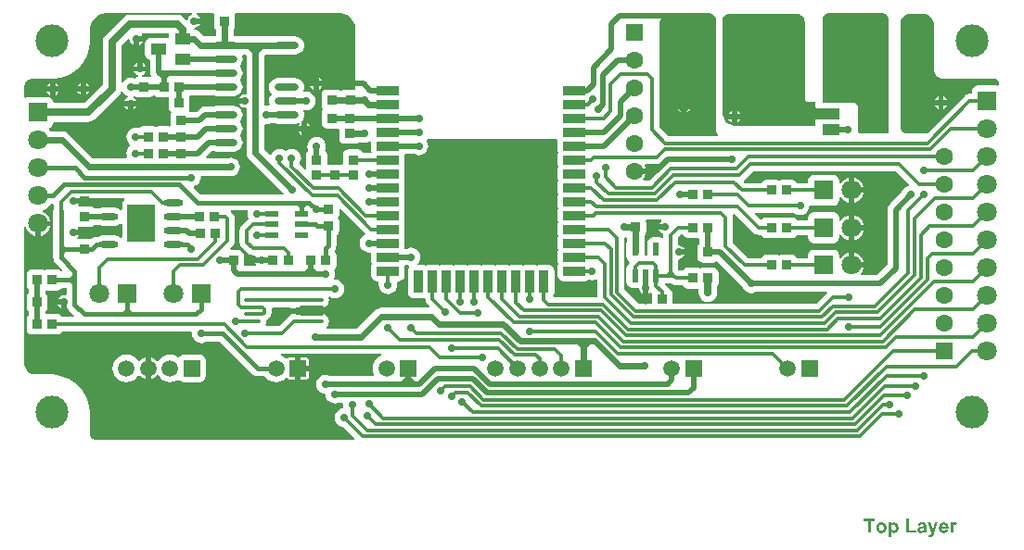
<source format=gtl>
G04 Layer_Physical_Order=1*
G04 Layer_Color=255*
%FSLAX43Y43*%
%MOMM*%
G71*
G01*
G75*
%ADD10R,3.000X1.600*%
%ADD11R,3.300X2.200*%
%ADD12R,1.500X1.000*%
%ADD13R,0.600X1.200*%
%ADD14R,2.500X3.500*%
%ADD15O,1.800X0.600*%
%ADD16O,1.550X0.350*%
%ADD17R,0.900X0.900*%
%ADD18R,0.900X0.900*%
%ADD19R,1.400X1.000*%
G04:AMPARAMS|DCode=20|XSize=2.2mm|YSize=0.6mm|CornerRadius=0.3mm|HoleSize=0mm|Usage=FLASHONLY|Rotation=180.000|XOffset=0mm|YOffset=0mm|HoleType=Round|Shape=RoundedRectangle|*
%AMROUNDEDRECTD20*
21,1,2.200,0.000,0,0,180.0*
21,1,1.600,0.600,0,0,180.0*
1,1,0.600,-0.800,0.000*
1,1,0.600,0.800,0.000*
1,1,0.600,0.800,0.000*
1,1,0.600,-0.800,0.000*
%
%ADD20ROUNDEDRECTD20*%
%ADD21R,5.000X5.000*%
%ADD22R,2.000X0.900*%
%ADD23R,0.900X2.000*%
%ADD24R,1.300X0.600*%
%ADD25R,2.650X1.750*%
%ADD26R,2.150X5.500*%
%ADD27C,0.600*%
%ADD28C,0.300*%
%ADD29C,0.400*%
%ADD30C,0.700*%
%ADD31C,0.500*%
%ADD32C,1.000*%
%ADD33C,1.600*%
%ADD34R,1.600X1.600*%
%ADD35R,1.500X1.500*%
%ADD36C,1.500*%
%ADD37C,3.000*%
%ADD38C,1.800*%
%ADD39R,1.800X1.800*%
%ADD40R,1.800X1.800*%
%ADD41C,0.700*%
G36*
X60690Y19115D02*
X60855Y19004D01*
X61050Y18966D01*
X61950D01*
X62045Y18985D01*
X62144Y18904D01*
Y18509D01*
X62090Y18473D01*
X61979Y18307D01*
X61940Y18112D01*
Y17212D01*
X61979Y17017D01*
X62090Y16852D01*
X62255Y16741D01*
X62450Y16703D01*
X63350D01*
X63545Y16741D01*
X63706Y16849D01*
X66036Y14519D01*
X66108Y14346D01*
X66244Y14169D01*
X66421Y14033D01*
X66628Y13947D01*
X66850Y13918D01*
X67072Y13947D01*
X67245Y14019D01*
X73711D01*
X73764Y13892D01*
X72803Y12931D01*
X59685D01*
Y13800D01*
X59646Y13995D01*
X59535Y14160D01*
X59370Y14271D01*
X59323Y14280D01*
X59293Y14353D01*
X59189Y14489D01*
X58950Y14727D01*
X58974Y14844D01*
X59495D01*
X59503Y14836D01*
X59639Y14732D01*
X59797Y14667D01*
X59967Y14644D01*
X60586D01*
X60690Y14490D01*
X60855Y14379D01*
X61050Y14340D01*
X61950D01*
X62043Y14264D01*
Y13950D01*
X62072Y13728D01*
X62158Y13521D01*
X62294Y13344D01*
X62471Y13208D01*
X62678Y13122D01*
X62900Y13093D01*
X63122Y13122D01*
X63329Y13208D01*
X63506Y13344D01*
X63642Y13521D01*
X63728Y13728D01*
X63757Y13950D01*
Y14560D01*
X63821Y14655D01*
X63860Y14850D01*
Y15750D01*
X63821Y15945D01*
X63710Y16110D01*
X63545Y16221D01*
X63350Y16260D01*
X62450D01*
X62255Y16221D01*
X62200Y16184D01*
X62145Y16221D01*
X61950Y16260D01*
X61050D01*
X60855Y16221D01*
X60690Y16110D01*
X60586Y15956D01*
X60238D01*
X60230Y15964D01*
X60230Y15964D01*
X60127Y16067D01*
Y16966D01*
X60225Y17047D01*
X60225Y17046D01*
X60461Y17093D01*
X60660Y17227D01*
X60784Y17412D01*
X60225D01*
Y17912D01*
X60784D01*
X60660Y18098D01*
X60461Y18231D01*
X60225Y18278D01*
X60225Y18278D01*
X60127Y18359D01*
Y18974D01*
X60422Y19270D01*
X60586D01*
X60690Y19115D01*
D02*
G37*
G36*
X20922Y21393D02*
X20921Y21367D01*
X20893Y21150D01*
X20922Y20928D01*
X21001Y20736D01*
X20906Y20664D01*
X20336Y20094D01*
X20232Y19958D01*
X20167Y19800D01*
X20144Y19630D01*
Y18575D01*
X20167Y18405D01*
X20232Y18247D01*
X20336Y18111D01*
X20886Y17561D01*
X21022Y17457D01*
X21180Y17392D01*
X21350Y17369D01*
X21572D01*
X21640Y17242D01*
X21578Y17150D01*
X22138D01*
Y16650D01*
X21578D01*
X21656Y16533D01*
X21588Y16406D01*
X20596D01*
X20560Y16450D01*
Y17350D01*
X20521Y17545D01*
X20410Y17710D01*
X20245Y17821D01*
X20050Y17860D01*
X19317D01*
X19264Y17987D01*
X19489Y18211D01*
X19593Y18347D01*
X19658Y18505D01*
X19681Y18675D01*
Y20725D01*
X19658Y20895D01*
X19593Y21053D01*
X19489Y21189D01*
X19310Y21367D01*
X19321Y21429D01*
X19358Y21494D01*
X20844D01*
X20922Y21393D01*
D02*
G37*
G36*
X3169Y21999D02*
Y21646D01*
X3143Y21583D01*
X3119Y21400D01*
Y18225D01*
Y17175D01*
X3143Y16992D01*
X3214Y16822D01*
X3326Y16676D01*
X3976Y16025D01*
X3929Y15893D01*
X3891Y15889D01*
X3860Y15935D01*
X3695Y16046D01*
X3500Y16085D01*
X2600D01*
X2405Y16046D01*
X2350Y16009D01*
X2295Y16046D01*
X2100Y16085D01*
X1200D01*
X1005Y16046D01*
X840Y15935D01*
X729Y15770D01*
X690Y15575D01*
Y14675D01*
X729Y14480D01*
X840Y14315D01*
X894Y14278D01*
Y13947D01*
X840Y13910D01*
X729Y13745D01*
X690Y13550D01*
Y12650D01*
X729Y12455D01*
X840Y12290D01*
X894Y12253D01*
Y11922D01*
X840Y11885D01*
X729Y11720D01*
X690Y11525D01*
Y10625D01*
X729Y10430D01*
X840Y10265D01*
X1005Y10154D01*
X1200Y10115D01*
X2100D01*
X2295Y10154D01*
X2350Y10191D01*
X2405Y10154D01*
X2600Y10115D01*
X3500D01*
X3695Y10154D01*
X3860Y10265D01*
X3964Y10419D01*
X15745D01*
X15829Y10324D01*
X15813Y10200D01*
X15842Y9978D01*
X15928Y9771D01*
X16064Y9594D01*
X16241Y9458D01*
X16448Y9372D01*
X16670Y9343D01*
X16892Y9372D01*
X17099Y9458D01*
X17146Y9494D01*
X18332D01*
X21275Y6551D01*
X21422Y6439D01*
X21592Y6368D01*
X21775Y6344D01*
X22436D01*
X22578Y6158D01*
X22840Y5958D01*
X23144Y5832D01*
X23470Y5789D01*
X23796Y5832D01*
X24100Y5958D01*
X24362Y6158D01*
X24368Y6167D01*
X24515Y6150D01*
X24537Y6117D01*
X24621Y6061D01*
X24720Y6041D01*
X25220D01*
Y7050D01*
Y8059D01*
X24720D01*
X24621Y8039D01*
X24537Y7983D01*
X24515Y7950D01*
X24368Y7933D01*
X24362Y7942D01*
X24100Y8142D01*
X23918Y8217D01*
X23943Y8344D01*
X33067D01*
X33092Y8217D01*
X32910Y8142D01*
X32648Y7942D01*
X32448Y7680D01*
X32322Y7376D01*
X32279Y7050D01*
X32322Y6724D01*
X32432Y6458D01*
X32370Y6331D01*
X28370D01*
X28197Y6403D01*
X27975Y6432D01*
X27753Y6403D01*
X27546Y6317D01*
X27369Y6181D01*
X27233Y6004D01*
X27147Y5797D01*
X27118Y5575D01*
X27147Y5353D01*
X27233Y5146D01*
X27369Y4969D01*
X27546Y4833D01*
X27753Y4747D01*
X27872Y4731D01*
X27993Y4675D01*
X28022Y4453D01*
X28108Y4246D01*
X28244Y4069D01*
X28421Y3933D01*
X28628Y3847D01*
X28850Y3818D01*
X29072Y3847D01*
X29245Y3919D01*
X29494D01*
X29577Y3823D01*
X29568Y3750D01*
X29597Y3528D01*
X29616Y3481D01*
X29553Y3371D01*
X29449Y3357D01*
X29242Y3271D01*
X29065Y3135D01*
X28929Y2958D01*
X28843Y2751D01*
X28814Y2529D01*
X28843Y2307D01*
X28929Y2100D01*
X29065Y1923D01*
X29242Y1787D01*
X29449Y1701D01*
X29591Y1682D01*
X30656Y617D01*
X30607Y500D01*
X7084D01*
X6968Y500D01*
X6753Y589D01*
X6589Y753D01*
X6500Y968D01*
X6500Y1084D01*
X6500Y2821D01*
X6492Y3061D01*
X6430Y3537D01*
X6305Y4001D01*
X6122Y4444D01*
X6085Y4508D01*
X6063Y4561D01*
X5915Y4803D01*
X5882Y4860D01*
X5872Y4873D01*
X5781Y5021D01*
X5431Y5431D01*
X5021Y5781D01*
X4561Y6063D01*
X4483Y6095D01*
X4454Y6112D01*
X4010Y6296D01*
X3547Y6420D01*
X3071Y6483D01*
X2831Y6490D01*
X2831Y6490D01*
X2831Y6490D01*
X1500Y6490D01*
X1402Y6490D01*
X1208Y6529D01*
X1026Y6604D01*
X863Y6714D01*
X723Y6853D01*
X614Y7017D01*
X538Y7199D01*
X500Y7392D01*
X500Y7490D01*
Y19952D01*
X626Y19969D01*
X742Y19688D01*
X927Y19447D01*
X1168Y19262D01*
X1449Y19146D01*
X1500Y19139D01*
Y20270D01*
X1750D01*
Y20520D01*
X2881D01*
X2874Y20571D01*
X2758Y20852D01*
X2573Y21093D01*
X2332Y21278D01*
X2187Y21338D01*
Y21476D01*
X2456Y21587D01*
X2748Y21812D01*
X2955Y22081D01*
X3070Y22089D01*
X3169Y21999D01*
D02*
G37*
G36*
X58656Y20488D02*
X58540Y20410D01*
X58416Y20225D01*
X58975D01*
Y19725D01*
X58416D01*
X58540Y19540D01*
X58739Y19406D01*
X58834Y19387D01*
X58815Y19246D01*
Y19009D01*
X58703Y18949D01*
X58670Y18971D01*
X58475Y19010D01*
X57875D01*
X57680Y18971D01*
X57515Y18861D01*
X57404Y18695D01*
X57365Y18500D01*
Y17331D01*
X57085D01*
Y18500D01*
X57082Y18515D01*
Y19145D01*
X57110Y19165D01*
X57221Y19330D01*
X57260Y19525D01*
Y20425D01*
X57241Y20517D01*
X57322Y20615D01*
X58618D01*
X58656Y20488D01*
D02*
G37*
G36*
X55468Y18931D02*
Y18515D01*
X55465Y18500D01*
Y17300D01*
X55504Y17105D01*
X55615Y16940D01*
X55703Y16881D01*
X55738Y16719D01*
X55737Y16717D01*
X55707Y16678D01*
X55642Y16520D01*
X55636Y16475D01*
X55615Y16461D01*
X55504Y16295D01*
X55465Y16100D01*
Y14900D01*
X55504Y14705D01*
X55615Y14540D01*
X55780Y14429D01*
X55975Y14390D01*
X56487D01*
X56609Y14375D01*
X56656Y14139D01*
X56790Y13940D01*
X56975Y13816D01*
Y14375D01*
X57475D01*
Y13816D01*
X57660Y13940D01*
X57665Y13946D01*
X57784Y13896D01*
X57765Y13800D01*
Y12931D01*
X56577D01*
X55256Y14252D01*
Y18950D01*
X55348Y19041D01*
X55468Y18931D01*
D02*
G37*
G36*
X85517Y-7054D02*
X85539Y-7058D01*
X85562Y-7064D01*
X85591Y-7071D01*
X85621Y-7083D01*
X85650Y-7099D01*
X85574Y-7313D01*
X85572Y-7311D01*
X85564Y-7307D01*
X85550Y-7300D01*
X85537Y-7292D01*
X85517Y-7286D01*
X85498Y-7278D01*
X85478Y-7274D01*
X85457Y-7272D01*
X85449D01*
X85439Y-7274D01*
X85427Y-7276D01*
X85414Y-7280D01*
X85398Y-7284D01*
X85383Y-7292D01*
X85369Y-7302D01*
X85367Y-7304D01*
X85363Y-7307D01*
X85357Y-7315D01*
X85349Y-7325D01*
X85340Y-7339D01*
X85330Y-7358D01*
X85320Y-7380D01*
X85312Y-7405D01*
Y-7409D01*
X85310Y-7413D01*
X85308Y-7421D01*
Y-7428D01*
X85306Y-7440D01*
X85305Y-7456D01*
X85303Y-7471D01*
X85301Y-7491D01*
X85299Y-7512D01*
X85297Y-7538D01*
Y-7567D01*
X85295Y-7598D01*
X85293Y-7633D01*
Y-7672D01*
Y-7715D01*
Y-8000D01*
X85047D01*
Y-7071D01*
X85275D01*
Y-7202D01*
X85277Y-7200D01*
X85285Y-7188D01*
X85297Y-7173D01*
X85310Y-7153D01*
X85326Y-7132D01*
X85344Y-7112D01*
X85363Y-7095D01*
X85381Y-7081D01*
X85383Y-7079D01*
X85388Y-7077D01*
X85398Y-7071D01*
X85412Y-7066D01*
X85427Y-7062D01*
X85445Y-7056D01*
X85464Y-7054D01*
X85486Y-7052D01*
X85500D01*
X85517Y-7054D01*
D02*
G37*
G36*
X4369Y13796D02*
X4242Y13692D01*
X4123Y13716D01*
X3887Y13669D01*
X3688Y13535D01*
X3564Y13350D01*
X4123D01*
Y13100D01*
X4369D01*
Y12850D01*
X4373Y12819D01*
Y12527D01*
X4462Y12500D01*
X4464Y12497D01*
X4576Y12351D01*
X5079Y11848D01*
X5030Y11731D01*
X3964D01*
X3860Y11885D01*
X3695Y11996D01*
X3500Y12035D01*
X2600D01*
X2505Y12016D01*
X2406Y12096D01*
Y12253D01*
X2460Y12290D01*
X2571Y12455D01*
X2610Y12650D01*
Y13550D01*
X2571Y13745D01*
X2460Y13910D01*
X2406Y13947D01*
Y14104D01*
X2505Y14184D01*
X2600Y14165D01*
X3500D01*
X3695Y14204D01*
X3860Y14315D01*
X3930Y14419D01*
X4369D01*
Y13796D01*
D02*
G37*
G36*
X31610Y19379D02*
X31585Y19255D01*
X31531Y19232D01*
X31354Y19096D01*
X31217Y18919D01*
X31132Y18712D01*
X31103Y18490D01*
X31132Y18268D01*
X31217Y18061D01*
X31354Y17884D01*
X31531Y17748D01*
X31738Y17662D01*
X31960Y17633D01*
X32085Y17649D01*
X32180Y17565D01*
Y16770D01*
X32217Y16585D01*
X32180Y16400D01*
Y15500D01*
X32219Y15305D01*
X32329Y15140D01*
X32495Y15029D01*
X32690Y14990D01*
X32780D01*
X32857Y14863D01*
X32833Y14675D01*
X32862Y14453D01*
X32947Y14246D01*
X33084Y14069D01*
X33261Y13933D01*
X33468Y13847D01*
X33690Y13818D01*
X33912Y13847D01*
X34119Y13933D01*
X34296Y14069D01*
X34432Y14246D01*
X34518Y14453D01*
X34547Y14675D01*
X34523Y14863D01*
X34600Y14990D01*
X34690D01*
X34885Y15029D01*
X35050Y15140D01*
X35161Y15305D01*
X35200Y15500D01*
Y16400D01*
X35252Y16464D01*
X35405D01*
X35578Y16392D01*
X35629Y16257D01*
X35554Y16145D01*
X35515Y15950D01*
Y13950D01*
X35554Y13755D01*
X35664Y13590D01*
X35830Y13479D01*
X36025Y13440D01*
X36925D01*
X36982Y13451D01*
X37097Y13345D01*
X37112Y13230D01*
X37177Y13072D01*
X37281Y12936D01*
X37509Y12709D01*
X37456Y12582D01*
X33079D01*
X32870Y12554D01*
X32675Y12474D01*
X32508Y12346D01*
X30845Y10682D01*
X28104D01*
X28061Y10809D01*
X28106Y10844D01*
X28215Y10985D01*
X28283Y11149D01*
X28306Y11325D01*
X28283Y11501D01*
X28215Y11665D01*
X28106Y11806D01*
X27965Y11915D01*
X27801Y11983D01*
X27625Y12006D01*
X26425D01*
X26249Y11983D01*
X26244Y11981D01*
X26104D01*
X26062Y12050D01*
X24877D01*
X24851Y11968D01*
X24822Y11924D01*
X24747Y11893D01*
X24611Y11789D01*
X23753Y10931D01*
X22577D01*
X22495Y11058D01*
X22533Y11149D01*
X22556Y11325D01*
X22547Y11392D01*
X22583Y11407D01*
X22719Y11511D01*
X22864Y11656D01*
X22968Y11792D01*
X23033Y11950D01*
X23056Y12120D01*
Y12450D01*
X23046Y12524D01*
X23130Y12619D01*
X24796D01*
X24838Y12550D01*
X26062D01*
X26104Y12619D01*
X26244D01*
X26249Y12617D01*
X26425Y12594D01*
X27625D01*
X27801Y12617D01*
X27965Y12685D01*
X28106Y12794D01*
X28215Y12935D01*
X28283Y13099D01*
X28306Y13275D01*
X28283Y13451D01*
X28255Y13517D01*
X28262Y13534D01*
X28378Y13591D01*
X28421Y13558D01*
X28628Y13472D01*
X28850Y13443D01*
X29072Y13472D01*
X29279Y13558D01*
X29456Y13694D01*
X29592Y13871D01*
X29678Y14078D01*
X29707Y14300D01*
X29678Y14522D01*
X29592Y14729D01*
X29456Y14906D01*
X29279Y15042D01*
X29072Y15128D01*
X28850Y15157D01*
X28815Y15153D01*
X28738Y15271D01*
X28803Y15428D01*
X28832Y15650D01*
X28803Y15872D01*
X28740Y16025D01*
X28835Y16090D01*
X28946Y16255D01*
X28985Y16450D01*
Y17350D01*
X28946Y17545D01*
X28835Y17710D01*
X28827Y17869D01*
X28886Y17947D01*
X28957Y18117D01*
X28981Y18300D01*
Y19170D01*
X29085Y19240D01*
X29196Y19405D01*
X29235Y19600D01*
Y20500D01*
X29196Y20695D01*
X29126Y20800D01*
X29196Y20905D01*
X29235Y21100D01*
Y21589D01*
X29352Y21637D01*
X31610Y19379D01*
D02*
G37*
G36*
X9415Y20207D02*
Y19061D01*
X9288Y18999D01*
X9204Y19063D01*
X9010Y19143D01*
X8801Y19171D01*
X7601D01*
X7392Y19143D01*
X7215Y19070D01*
X7064D01*
X6881Y19046D01*
X6711Y18975D01*
X6565Y18863D01*
X6563Y18862D01*
X6448Y18885D01*
X5548D01*
X5383Y18852D01*
X5334Y18972D01*
X5360Y18990D01*
X5484Y19175D01*
X4925D01*
Y19675D01*
X5484D01*
X5367Y19851D01*
X5378Y19889D01*
X5428Y19968D01*
X5548Y19944D01*
X6448D01*
X6643Y19983D01*
X6808Y20094D01*
X6845Y20148D01*
X7337D01*
X7392Y20125D01*
X7601Y20097D01*
X8801D01*
X9010Y20125D01*
X9204Y20205D01*
X9288Y20269D01*
X9415Y20207D01*
D02*
G37*
G36*
X62988Y39500D02*
X63052Y39500D01*
X63179Y39475D01*
X63298Y39425D01*
X63405Y39354D01*
X63496Y39263D01*
X63568Y39155D01*
X63617Y39036D01*
X63632Y38963D01*
X63642Y38846D01*
Y38845D01*
X63642Y38845D01*
X63642Y38845D01*
Y28876D01*
X63646Y28810D01*
X63672Y28680D01*
X63722Y28558D01*
X63796Y28447D01*
X63832Y28412D01*
X63779Y28285D01*
X59293D01*
X58431Y29147D01*
Y29982D01*
X58488Y30269D01*
X58500Y30518D01*
Y38576D01*
Y38667D01*
X58536Y38845D01*
X58605Y39014D01*
X58706Y39165D01*
X58835Y39294D01*
X58986Y39395D01*
X59155Y39464D01*
X59333Y39500D01*
X59424D01*
X62988Y39500D01*
D02*
G37*
G36*
X81289Y23854D02*
X81248Y23734D01*
X81203Y23728D01*
X80996Y23642D01*
X80819Y23506D01*
X80683Y23329D01*
X80611Y23156D01*
X79515Y22060D01*
X79395Y21903D01*
X79319Y21721D01*
X79294Y21525D01*
Y16500D01*
X78325Y15531D01*
X76859D01*
X76830Y15615D01*
X76823Y15658D01*
X77003Y15893D01*
X77119Y16174D01*
X77126Y16225D01*
X75995D01*
Y16475D01*
X75745D01*
Y17606D01*
X75694Y17599D01*
X75413Y17483D01*
X75172Y17298D01*
X74992Y17063D01*
X74979Y17062D01*
X74865Y17114D01*
Y17375D01*
X74826Y17570D01*
X74715Y17735D01*
X74550Y17846D01*
X74355Y17885D01*
X72555D01*
X72360Y17846D01*
X72195Y17735D01*
X72084Y17570D01*
X72045Y17375D01*
Y17131D01*
X71014D01*
X70910Y17285D01*
X70745Y17396D01*
X70550Y17435D01*
X69650D01*
X69455Y17396D01*
X69400Y17359D01*
X69345Y17396D01*
X69150Y17435D01*
X68250D01*
X68055Y17396D01*
X67889Y17285D01*
X67786Y17131D01*
X66547D01*
X65179Y18498D01*
Y20847D01*
X65157Y21017D01*
X65152Y21029D01*
X65225Y21143D01*
X65324Y21149D01*
X67036Y19436D01*
X67172Y19332D01*
X67330Y19267D01*
X67500Y19244D01*
X67786D01*
X67889Y19090D01*
X68055Y18979D01*
X68250Y18940D01*
X69150D01*
X69345Y18979D01*
X69400Y19016D01*
X69455Y18979D01*
X69650Y18940D01*
X70550D01*
X70745Y18979D01*
X70910Y19090D01*
X71014Y19244D01*
X72045D01*
Y19000D01*
X72084Y18805D01*
X72195Y18640D01*
X72360Y18529D01*
X72555Y18490D01*
X74355D01*
X74550Y18529D01*
X74715Y18640D01*
X74826Y18805D01*
X74865Y19000D01*
Y19261D01*
X74979Y19313D01*
X74992Y19312D01*
X75172Y19077D01*
X75413Y18892D01*
X75694Y18776D01*
X75745Y18769D01*
Y19900D01*
Y21031D01*
X75694Y21024D01*
X75413Y20908D01*
X75172Y20723D01*
X74992Y20488D01*
X74979Y20487D01*
X74865Y20539D01*
Y20800D01*
X74826Y20995D01*
X74715Y21160D01*
X74550Y21271D01*
X74355Y21310D01*
X72555D01*
X72360Y21271D01*
X72195Y21160D01*
X72084Y20995D01*
X72045Y20800D01*
Y20556D01*
X71014D01*
X70910Y20710D01*
X70745Y20821D01*
X70550Y20860D01*
X69650D01*
X69455Y20821D01*
X69400Y20784D01*
X69345Y20821D01*
X69150Y20860D01*
X68250D01*
X68055Y20821D01*
X67889Y20710D01*
X67852Y20655D01*
X67689Y20639D01*
X67175Y21152D01*
X67224Y21269D01*
X70758D01*
X70871Y21183D01*
X71078Y21097D01*
X71300Y21068D01*
X71522Y21097D01*
X71729Y21183D01*
X71906Y21319D01*
X72042Y21496D01*
X72128Y21703D01*
X72157Y21925D01*
X72156Y21938D01*
X72274Y22011D01*
X72360Y21954D01*
X72555Y21915D01*
X74355D01*
X74550Y21954D01*
X74715Y22065D01*
X74826Y22230D01*
X74865Y22425D01*
Y22686D01*
X74979Y22738D01*
X74992Y22737D01*
X75172Y22502D01*
X75413Y22317D01*
X75694Y22201D01*
X75745Y22194D01*
Y23325D01*
Y24456D01*
X75694Y24449D01*
X75413Y24333D01*
X75172Y24148D01*
X74992Y23913D01*
X74979Y23912D01*
X74865Y23964D01*
Y24225D01*
X74826Y24420D01*
X74715Y24585D01*
X74550Y24696D01*
X74355Y24735D01*
X72555D01*
X72360Y24696D01*
X72195Y24585D01*
X72084Y24420D01*
X72045Y24225D01*
Y23981D01*
X71011D01*
X70910Y24130D01*
X70745Y24241D01*
X70550Y24280D01*
X69650D01*
X69455Y24241D01*
X69400Y24204D01*
X69345Y24241D01*
X69150Y24280D01*
X68250D01*
X68055Y24241D01*
X67889Y24130D01*
X67786Y23976D01*
X66256D01*
X66168Y24068D01*
X66178Y24229D01*
X66221Y24261D01*
X67016Y25056D01*
X80087D01*
X81289Y23854D01*
D02*
G37*
G36*
X64467Y26292D02*
X64443Y26175D01*
X64466Y26062D01*
X64362Y25935D01*
X59519D01*
X59349Y25912D01*
X59191Y25847D01*
X59055Y25743D01*
X57538Y24226D01*
X57017D01*
X56974Y24353D01*
X57121Y24543D01*
X57227Y24800D01*
X57230Y24825D01*
X56200D01*
Y25325D01*
X57230D01*
X57227Y25350D01*
X57139Y25562D01*
X57204Y25689D01*
X58220D01*
X58390Y25712D01*
X58548Y25777D01*
X58684Y25881D01*
X59222Y26419D01*
X64363D01*
X64467Y26292D01*
D02*
G37*
G36*
X49190Y27880D02*
X49180Y27830D01*
Y26930D01*
X49217Y26745D01*
X49180Y26560D01*
Y25660D01*
X49217Y25475D01*
X49180Y25290D01*
Y24390D01*
X49217Y24205D01*
X49180Y24020D01*
Y23120D01*
X49217Y22935D01*
X49180Y22750D01*
Y21850D01*
X49217Y21665D01*
X49180Y21480D01*
Y20580D01*
X49217Y20395D01*
X49180Y20210D01*
Y19310D01*
X49217Y19125D01*
X49180Y18940D01*
Y18040D01*
X49217Y17855D01*
X49180Y17670D01*
Y16770D01*
X49217Y16585D01*
X49180Y16400D01*
Y15500D01*
X49219Y15305D01*
X49329Y15140D01*
X49495Y15029D01*
X49690Y14990D01*
X51690D01*
X51885Y15029D01*
X52050Y15140D01*
X52053Y15143D01*
X52103Y15122D01*
X52325Y15093D01*
X52547Y15122D01*
X52709Y15189D01*
X52836Y15124D01*
Y13556D01*
X48846D01*
X48778Y13683D01*
X48826Y13755D01*
X48865Y13950D01*
Y15950D01*
X48826Y16145D01*
X48715Y16310D01*
X48550Y16421D01*
X48355Y16460D01*
X47455D01*
X47270Y16423D01*
X47085Y16460D01*
X46185D01*
X46000Y16423D01*
X45815Y16460D01*
X44915D01*
X44730Y16423D01*
X44545Y16460D01*
X43645D01*
X43460Y16423D01*
X43275Y16460D01*
X42375D01*
X42190Y16423D01*
X42005Y16460D01*
X41105D01*
X40920Y16423D01*
X40735Y16460D01*
X39835D01*
X39650Y16423D01*
X39465Y16460D01*
X38565D01*
X38380Y16423D01*
X38195Y16460D01*
X37295D01*
X37110Y16423D01*
X36925Y16460D01*
X36414D01*
X36371Y16587D01*
X36406Y16614D01*
X36542Y16791D01*
X36628Y16998D01*
X36657Y17220D01*
X36628Y17442D01*
X36542Y17649D01*
X36406Y17826D01*
X36229Y17962D01*
X36022Y18048D01*
X35800Y18077D01*
X35578Y18048D01*
X35405Y17976D01*
X35252D01*
X35200Y18040D01*
Y18940D01*
X35163Y19125D01*
X35200Y19310D01*
Y20210D01*
X35163Y20395D01*
X35200Y20580D01*
Y21480D01*
X35163Y21665D01*
X35200Y21850D01*
Y22750D01*
X35163Y22935D01*
X35200Y23120D01*
Y24020D01*
X35163Y24205D01*
X35200Y24390D01*
Y25290D01*
X35163Y25475D01*
X35200Y25660D01*
Y26560D01*
X35252Y26624D01*
X36125D01*
X36298Y26552D01*
X36520Y26523D01*
X36742Y26552D01*
X36949Y26638D01*
X37126Y26774D01*
X37263Y26951D01*
X37348Y27158D01*
X37377Y27380D01*
X37348Y27602D01*
X37263Y27809D01*
X37220Y27864D01*
X37276Y27978D01*
X49110D01*
X49190Y27880D01*
D02*
G37*
G36*
X9650Y22442D02*
X9565Y22385D01*
X9454Y22220D01*
X9415Y22025D01*
Y21601D01*
X9288Y21539D01*
X9204Y21603D01*
X9010Y21683D01*
X8801Y21711D01*
X7601D01*
X7392Y21683D01*
X7337Y21660D01*
X6845D01*
X6808Y21714D01*
X6643Y21825D01*
X6448Y21864D01*
X5548D01*
X5504Y21855D01*
X5428Y21969D01*
X5484Y22054D01*
X4925D01*
Y22448D01*
X5031Y22554D01*
X5603D01*
X5615Y22569D01*
X9611D01*
X9650Y22442D01*
D02*
G37*
G36*
X70920Y39475D02*
X71002D01*
X71162Y39443D01*
X71313Y39380D01*
X71449Y39290D01*
X71565Y39174D01*
X71656Y39038D01*
X71718Y38887D01*
X71743Y38763D01*
X71750Y38645D01*
Y38645D01*
X71750D01*
X71750Y38645D01*
X71750Y31625D01*
X71754Y31586D01*
X71784Y31514D01*
X71839Y31459D01*
X71911Y31429D01*
X71950Y31425D01*
X72500Y31425D01*
X72540Y31425D01*
X72613Y31395D01*
X72668Y31340D01*
X72700Y31225D01*
D01*
X72700Y31107D01*
Y31050D01*
X72704Y31006D01*
X72738Y30925D01*
X72800Y30863D01*
X72881Y30829D01*
X72925Y30825D01*
X73351D01*
X73400Y30815D01*
X74743D01*
X74802Y30791D01*
X74866Y30727D01*
X74871Y30716D01*
X74900Y30600D01*
Y30600D01*
X74900D01*
X74900Y30600D01*
Y29965D01*
X74873Y29901D01*
X74824Y29852D01*
X74783Y29835D01*
X73400D01*
X73351Y29825D01*
X72825D01*
X72801Y29823D01*
X72756Y29804D01*
X72721Y29769D01*
X72702Y29724D01*
X72700Y29700D01*
Y29345D01*
X72677Y29290D01*
X72635Y29248D01*
X72580Y29225D01*
X65309D01*
X65082Y29270D01*
X64868Y29359D01*
X64676Y29487D01*
X64512Y29651D01*
X64384Y29843D01*
X64295Y30057D01*
X64250Y30284D01*
Y30400D01*
Y38851D01*
Y38975D01*
X64345Y39204D01*
X64520Y39380D01*
X64750Y39475D01*
X64874D01*
X70920Y39475D01*
D02*
G37*
G36*
X78782Y39500D02*
X78905Y39500D01*
X79132Y39406D01*
X79306Y39232D01*
X79400Y39005D01*
Y38882D01*
X79400D01*
X79400Y38882D01*
X79400Y28820D01*
Y28760D01*
X79354Y28650D01*
X79270Y28566D01*
X79160Y28520D01*
X76830D01*
X76784Y28520D01*
X76700Y28555D01*
X76635Y28620D01*
X76600Y28704D01*
X76600Y28750D01*
X76600Y30925D01*
X76592Y31003D01*
X76533Y31147D01*
X76422Y31258D01*
X76320Y31300D01*
X76316Y31302D01*
X76316Y31302D01*
X76278Y31317D01*
X76200Y31325D01*
Y31325D01*
X76200Y31325D01*
X76200Y31325D01*
X76077Y31325D01*
X74949D01*
X74900Y31335D01*
X73677D01*
X73563Y31382D01*
X73457Y31488D01*
X73400Y31625D01*
X73400Y31700D01*
Y38900D01*
Y39019D01*
X73491Y39240D01*
X73660Y39409D01*
X73881Y39500D01*
X74000D01*
X78782Y39500D01*
D02*
G37*
G36*
X9458Y32321D02*
X9594Y32144D01*
X9771Y32008D01*
X9922Y31945D01*
X9931Y31880D01*
X9922Y31808D01*
X9740Y31685D01*
X9616Y31500D01*
X10734D01*
X10610Y31685D01*
X10469Y31780D01*
X10473Y31912D01*
X10497Y31925D01*
X10568Y31937D01*
X10730Y31829D01*
X10925Y31790D01*
X11825D01*
X12020Y31829D01*
X12185Y31940D01*
X12222Y31994D01*
X12378D01*
X12415Y31940D01*
X12580Y31829D01*
X12775Y31790D01*
X13653D01*
X13665Y31775D01*
Y30875D01*
X13704Y30680D01*
X13815Y30515D01*
X13909Y30452D01*
X13854Y30370D01*
X13815Y30175D01*
Y29275D01*
X13819Y29256D01*
X13711Y29148D01*
X13650Y29160D01*
X12750D01*
X12555Y29121D01*
X12500Y29084D01*
X12445Y29121D01*
X12250Y29160D01*
X11350D01*
X11155Y29121D01*
X10990Y29010D01*
X10979Y28994D01*
X10897Y29028D01*
X10675Y29057D01*
X10453Y29028D01*
X10246Y28942D01*
X10069Y28806D01*
X9933Y28629D01*
X9847Y28422D01*
X9818Y28200D01*
X9847Y27978D01*
X9933Y27771D01*
X10069Y27594D01*
X10152Y27530D01*
Y27370D01*
X10069Y27306D01*
X9933Y27129D01*
X9847Y26922D01*
X9818Y26700D01*
X9847Y26478D01*
X9886Y26384D01*
X9801Y26257D01*
X6756D01*
X4553Y28461D01*
X4386Y28589D01*
X4191Y28669D01*
X3982Y28697D01*
X2895D01*
X2748Y28888D01*
X2726Y28906D01*
X2758Y29042D01*
X2845Y29059D01*
X3010Y29170D01*
X3121Y29335D01*
X3160Y29530D01*
Y29573D01*
X6305D01*
X6527Y29602D01*
X6734Y29688D01*
X6911Y29824D01*
X9106Y32019D01*
X9242Y32196D01*
X9307Y32352D01*
X9445D01*
X9458Y32321D01*
D02*
G37*
G36*
X81249Y-7783D02*
X81891D01*
Y-8000D01*
X80990D01*
Y-6730D01*
X81249D01*
Y-7783D01*
D02*
G37*
G36*
X78132Y-6935D02*
X77755D01*
Y-8000D01*
X77496D01*
Y-6935D01*
X77119D01*
Y-6718D01*
X78132D01*
Y-6935D01*
D02*
G37*
G36*
X82795Y39437D02*
X82976Y39361D01*
X83139Y39252D01*
X83278Y39114D01*
X83387Y38951D01*
X83462Y38769D01*
X83500Y38577D01*
Y34500D01*
X83505Y34402D01*
X83543Y34210D01*
X83618Y34029D01*
X83727Y33866D01*
X83866Y33727D01*
X84029Y33618D01*
X84210Y33543D01*
X84402Y33505D01*
X84500Y33500D01*
X89099D01*
X89283Y33424D01*
X89424Y33283D01*
X89500Y33099D01*
Y32979D01*
X89373Y32875D01*
X89300Y32890D01*
X87500D01*
X87305Y32851D01*
X87140Y32740D01*
X87029Y32575D01*
X86990Y32380D01*
Y32136D01*
X86755D01*
X86585Y32113D01*
X86427Y32048D01*
X86291Y31944D01*
X82905Y28558D01*
X80936D01*
X80727Y28645D01*
X80566Y28805D01*
X80479Y29015D01*
Y29129D01*
Y38576D01*
Y38664D01*
X80513Y38838D01*
X80581Y39002D01*
X80680Y39149D01*
X80805Y39274D01*
X80952Y39373D01*
X81116Y39440D01*
X81289Y39475D01*
X82602D01*
X82795Y39437D01*
D02*
G37*
G36*
X82476Y-7054D02*
X82492D01*
X82529Y-7056D01*
X82568Y-7062D01*
X82609Y-7068D01*
X82648Y-7077D01*
X82665Y-7083D01*
X82681Y-7091D01*
X82685Y-7093D01*
X82694Y-7099D01*
X82708Y-7107D01*
X82726Y-7118D01*
X82743Y-7132D01*
X82763Y-7149D01*
X82780Y-7169D01*
X82794Y-7190D01*
X82796Y-7192D01*
X82800Y-7202D01*
X82804Y-7218D01*
X82812Y-7241D01*
X82813Y-7255D01*
X82817Y-7270D01*
X82819Y-7288D01*
X82821Y-7309D01*
X82823Y-7331D01*
X82825Y-7356D01*
X82827Y-7382D01*
Y-7411D01*
X82823Y-7696D01*
Y-7698D01*
Y-7702D01*
Y-7707D01*
Y-7715D01*
Y-7737D01*
X82825Y-7764D01*
Y-7793D01*
X82829Y-7824D01*
X82831Y-7852D01*
X82835Y-7877D01*
Y-7879D01*
X82837Y-7887D01*
X82841Y-7899D01*
X82845Y-7914D01*
X82851Y-7932D01*
X82858Y-7953D01*
X82868Y-7975D01*
X82880Y-8000D01*
X82638D01*
Y-7998D01*
X82636Y-7996D01*
X82634Y-7990D01*
X82632Y-7982D01*
X82628Y-7973D01*
X82622Y-7961D01*
X82618Y-7945D01*
X82613Y-7930D01*
Y-7928D01*
Y-7926D01*
X82609Y-7918D01*
X82607Y-7908D01*
X82605Y-7901D01*
X82603Y-7902D01*
X82593Y-7910D01*
X82581Y-7922D01*
X82564Y-7936D01*
X82544Y-7951D01*
X82521Y-7967D01*
X82497Y-7980D01*
X82470Y-7994D01*
X82466Y-7996D01*
X82458Y-7998D01*
X82443Y-8004D01*
X82423Y-8008D01*
X82402Y-8014D01*
X82376Y-8020D01*
X82347Y-8021D01*
X82318Y-8023D01*
X82304D01*
X82295Y-8021D01*
X82283D01*
X82267Y-8020D01*
X82236Y-8014D01*
X82199Y-8004D01*
X82162Y-7992D01*
X82125Y-7973D01*
X82092Y-7947D01*
X82088Y-7943D01*
X82078Y-7934D01*
X82066Y-7916D01*
X82051Y-7893D01*
X82035Y-7863D01*
X82023Y-7830D01*
X82014Y-7791D01*
X82010Y-7748D01*
Y-7744D01*
Y-7735D01*
X82012Y-7721D01*
X82014Y-7702D01*
X82020Y-7680D01*
X82025Y-7657D01*
X82035Y-7633D01*
X82047Y-7610D01*
X82049Y-7608D01*
X82055Y-7600D01*
X82062Y-7588D01*
X82074Y-7575D01*
X82088Y-7559D01*
X82105Y-7544D01*
X82127Y-7528D01*
X82150Y-7514D01*
X82154Y-7512D01*
X82164Y-7508D01*
X82179Y-7503D01*
X82201Y-7495D01*
X82228Y-7485D01*
X82261Y-7475D01*
X82300Y-7465D01*
X82345Y-7456D01*
X82347D01*
X82353Y-7454D01*
X82361Y-7452D01*
X82373Y-7450D01*
X82388Y-7448D01*
X82404Y-7444D01*
X82441Y-7436D01*
X82480Y-7426D01*
X82519Y-7417D01*
X82556Y-7407D01*
X82572Y-7401D01*
X82585Y-7395D01*
Y-7372D01*
Y-7368D01*
Y-7360D01*
X82583Y-7348D01*
X82581Y-7333D01*
X82577Y-7315D01*
X82570Y-7300D01*
X82562Y-7284D01*
X82550Y-7270D01*
X82548Y-7268D01*
X82542Y-7265D01*
X82534Y-7261D01*
X82521Y-7255D01*
X82503Y-7249D01*
X82480Y-7243D01*
X82451Y-7241D01*
X82417Y-7239D01*
X82406D01*
X82394Y-7241D01*
X82380Y-7243D01*
X82345Y-7251D01*
X82330Y-7257D01*
X82314Y-7267D01*
X82312Y-7268D01*
X82308Y-7272D01*
X82300Y-7278D01*
X82293Y-7288D01*
X82283Y-7300D01*
X82273Y-7315D01*
X82263Y-7335D01*
X82256Y-7356D01*
X82035Y-7315D01*
Y-7313D01*
X82037Y-7309D01*
X82039Y-7302D01*
X82043Y-7294D01*
X82053Y-7270D01*
X82064Y-7241D01*
X82082Y-7208D01*
X82105Y-7177D01*
X82133Y-7146D01*
X82164Y-7118D01*
X82166D01*
X82168Y-7116D01*
X82174Y-7112D01*
X82181Y-7109D01*
X82191Y-7103D01*
X82203Y-7097D01*
X82217Y-7091D01*
X82232Y-7085D01*
X82250Y-7079D01*
X82271Y-7073D01*
X82293Y-7068D01*
X82318Y-7062D01*
X82343Y-7058D01*
X82373Y-7054D01*
X82402Y-7052D01*
X82462D01*
X82476Y-7054D01*
D02*
G37*
G36*
X84450D02*
X84468Y-7056D01*
X84487Y-7060D01*
X84511Y-7064D01*
X84534Y-7070D01*
X84559Y-7077D01*
X84587Y-7085D01*
X84614Y-7097D01*
X84641Y-7110D01*
X84669Y-7126D01*
X84694Y-7146D01*
X84719Y-7165D01*
X84743Y-7190D01*
X84745Y-7192D01*
X84749Y-7196D01*
X84754Y-7204D01*
X84762Y-7216D01*
X84770Y-7231D01*
X84780Y-7249D01*
X84791Y-7268D01*
X84801Y-7294D01*
X84813Y-7321D01*
X84823Y-7352D01*
X84832Y-7387D01*
X84842Y-7425D01*
X84848Y-7465D01*
X84854Y-7508D01*
X84858Y-7557D01*
Y-7608D01*
X84243D01*
Y-7610D01*
Y-7612D01*
Y-7618D01*
X84245Y-7625D01*
X84247Y-7647D01*
X84251Y-7670D01*
X84259Y-7700D01*
X84269Y-7727D01*
X84282Y-7754D01*
X84302Y-7780D01*
X84304Y-7782D01*
X84312Y-7789D01*
X84323Y-7799D01*
X84341Y-7809D01*
X84360Y-7821D01*
X84386Y-7830D01*
X84413Y-7838D01*
X84442Y-7840D01*
X84452D01*
X84464Y-7838D01*
X84477Y-7836D01*
X84491Y-7832D01*
X84509Y-7826D01*
X84524Y-7819D01*
X84540Y-7809D01*
X84542Y-7807D01*
X84546Y-7803D01*
X84553Y-7795D01*
X84561Y-7783D01*
X84571Y-7770D01*
X84583Y-7752D01*
X84592Y-7733D01*
X84600Y-7707D01*
X84844Y-7748D01*
Y-7750D01*
X84842Y-7754D01*
X84838Y-7762D01*
X84834Y-7770D01*
X84830Y-7782D01*
X84823Y-7795D01*
X84807Y-7824D01*
X84786Y-7858D01*
X84760Y-7891D01*
X84729Y-7924D01*
X84694Y-7953D01*
X84692D01*
X84690Y-7957D01*
X84684Y-7959D01*
X84676Y-7965D01*
X84667Y-7969D01*
X84653Y-7975D01*
X84624Y-7988D01*
X84587Y-8002D01*
X84544Y-8012D01*
X84495Y-8020D01*
X84440Y-8023D01*
X84431D01*
X84417Y-8021D01*
X84401D01*
X84380Y-8018D01*
X84358Y-8016D01*
X84333Y-8010D01*
X84306Y-8004D01*
X84276Y-7996D01*
X84247Y-7984D01*
X84216Y-7973D01*
X84187Y-7957D01*
X84157Y-7940D01*
X84130Y-7918D01*
X84105Y-7893D01*
X84081Y-7865D01*
Y-7863D01*
X84078Y-7860D01*
X84074Y-7852D01*
X84068Y-7842D01*
X84060Y-7830D01*
X84052Y-7815D01*
X84044Y-7797D01*
X84037Y-7778D01*
X84029Y-7756D01*
X84021Y-7731D01*
X84013Y-7705D01*
X84005Y-7676D01*
X83996Y-7614D01*
X83994Y-7581D01*
X83992Y-7545D01*
Y-7544D01*
Y-7536D01*
Y-7524D01*
X83994Y-7506D01*
X83996Y-7489D01*
X83998Y-7465D01*
X84001Y-7440D01*
X84007Y-7415D01*
X84021Y-7356D01*
X84031Y-7327D01*
X84042Y-7296D01*
X84056Y-7267D01*
X84072Y-7237D01*
X84089Y-7210D01*
X84111Y-7185D01*
X84113Y-7183D01*
X84117Y-7179D01*
X84122Y-7173D01*
X84132Y-7163D01*
X84144Y-7153D01*
X84159Y-7142D01*
X84175Y-7130D01*
X84195Y-7118D01*
X84216Y-7107D01*
X84237Y-7093D01*
X84263Y-7083D01*
X84290Y-7073D01*
X84319Y-7064D01*
X84349Y-7058D01*
X84382Y-7054D01*
X84415Y-7052D01*
X84434D01*
X84450Y-7054D01*
D02*
G37*
G36*
X17840Y39373D02*
X17815Y39250D01*
Y38350D01*
X17854Y38155D01*
X17965Y37990D01*
X17968Y37987D01*
Y37377D01*
X16914D01*
X16521Y37771D01*
X16353Y37899D01*
X16159Y37979D01*
X16028Y37997D01*
X15985Y38060D01*
X15984Y38061D01*
X15991Y38118D01*
X16022Y38189D01*
X16236Y38231D01*
X16435Y38365D01*
X16559Y38550D01*
X16000D01*
Y39050D01*
X16559D01*
X16435Y39235D01*
X16236Y39369D01*
X16215Y39373D01*
X16228Y39500D01*
X17750D01*
X17840Y39373D01*
D02*
G37*
G36*
X15785Y39373D02*
X15764Y39369D01*
X15565Y39235D01*
X15431Y39036D01*
X15410Y38932D01*
X15273Y38890D01*
X15056Y39106D01*
X14879Y39242D01*
X14672Y39328D01*
X14450Y39357D01*
X10106D01*
X9884Y39328D01*
X9678Y39242D01*
X9500Y39106D01*
X7894Y37500D01*
X7758Y37322D01*
X7672Y37116D01*
X7643Y36894D01*
Y32980D01*
X5950Y31287D01*
X3160D01*
Y31330D01*
X3121Y31525D01*
X3010Y31690D01*
X2845Y31801D01*
X2650Y31840D01*
X850D01*
X655Y31801D01*
X612Y31772D01*
X500Y31832D01*
Y32846D01*
X528Y32986D01*
X583Y33118D01*
X662Y33237D01*
X763Y33338D01*
X882Y33417D01*
X1014Y33472D01*
X1154Y33500D01*
X3000Y33500D01*
X3229Y33507D01*
X3682Y33567D01*
X4124Y33686D01*
X4547Y33861D01*
X4943Y34090D01*
X5306Y34368D01*
X5630Y34692D01*
X5908Y35055D01*
X6137Y35451D01*
X6312Y35874D01*
X6431Y36316D01*
X6491Y36769D01*
X6498Y36998D01*
X6498Y36998D01*
X6498Y38148D01*
X6556Y38438D01*
X6669Y38711D01*
X6833Y38956D01*
X7042Y39165D01*
X7287Y39329D01*
X7560Y39442D01*
X7850Y39500D01*
X15772D01*
X15785Y39373D01*
D02*
G37*
G36*
X78754Y-7054D02*
X78772Y-7056D01*
X78793Y-7060D01*
X78814Y-7064D01*
X78840Y-7070D01*
X78867Y-7077D01*
X78894Y-7085D01*
X78924Y-7097D01*
X78951Y-7110D01*
X78980Y-7126D01*
X79010Y-7146D01*
X79037Y-7165D01*
X79062Y-7190D01*
X79064Y-7192D01*
X79068Y-7196D01*
X79074Y-7204D01*
X79084Y-7216D01*
X79093Y-7228D01*
X79105Y-7245D01*
X79117Y-7263D01*
X79130Y-7284D01*
X79142Y-7309D01*
X79154Y-7335D01*
X79166Y-7364D01*
X79175Y-7393D01*
X79185Y-7426D01*
X79191Y-7462D01*
X79195Y-7497D01*
X79197Y-7536D01*
Y-7538D01*
Y-7545D01*
Y-7555D01*
X79195Y-7571D01*
X79193Y-7588D01*
X79189Y-7610D01*
X79185Y-7633D01*
X79179Y-7659D01*
X79173Y-7686D01*
X79164Y-7713D01*
X79152Y-7742D01*
X79140Y-7772D01*
X79123Y-7801D01*
X79105Y-7830D01*
X79084Y-7858D01*
X79060Y-7885D01*
X79058Y-7887D01*
X79054Y-7891D01*
X79047Y-7899D01*
X79037Y-7906D01*
X79023Y-7916D01*
X79008Y-7928D01*
X78988Y-7941D01*
X78967Y-7953D01*
X78943Y-7967D01*
X78918Y-7980D01*
X78891Y-7992D01*
X78859Y-8002D01*
X78828Y-8010D01*
X78793Y-8018D01*
X78756Y-8021D01*
X78719Y-8023D01*
X78697D01*
X78686Y-8021D01*
X78672Y-8020D01*
X78641Y-8016D01*
X78604Y-8010D01*
X78563Y-8000D01*
X78520Y-7986D01*
X78477Y-7967D01*
X78475D01*
X78471Y-7965D01*
X78465Y-7961D01*
X78457Y-7955D01*
X78438Y-7941D01*
X78413Y-7924D01*
X78383Y-7901D01*
X78354Y-7871D01*
X78327Y-7836D01*
X78301Y-7797D01*
Y-7795D01*
X78299Y-7791D01*
X78296Y-7785D01*
X78292Y-7778D01*
X78288Y-7766D01*
X78284Y-7754D01*
X78278Y-7739D01*
X78272Y-7721D01*
X78262Y-7682D01*
X78253Y-7635D01*
X78245Y-7583D01*
X78243Y-7526D01*
Y-7524D01*
Y-7520D01*
Y-7514D01*
X78245Y-7505D01*
Y-7495D01*
X78247Y-7481D01*
X78251Y-7450D01*
X78257Y-7413D01*
X78268Y-7374D01*
X78282Y-7331D01*
X78301Y-7288D01*
Y-7286D01*
X78303Y-7282D01*
X78307Y-7276D01*
X78313Y-7268D01*
X78327Y-7249D01*
X78346Y-7224D01*
X78370Y-7194D01*
X78399Y-7165D01*
X78432Y-7138D01*
X78471Y-7112D01*
X78473D01*
X78477Y-7110D01*
X78483Y-7107D01*
X78491Y-7103D01*
X78500Y-7099D01*
X78514Y-7093D01*
X78543Y-7081D01*
X78580Y-7071D01*
X78623Y-7062D01*
X78668Y-7054D01*
X78719Y-7052D01*
X78738D01*
X78754Y-7054D01*
D02*
G37*
G36*
X13715Y37299D02*
X13588Y37227D01*
X13425Y37260D01*
X12025D01*
X11830Y37221D01*
X11665Y37110D01*
X11554Y36945D01*
X11515Y36750D01*
Y35750D01*
X11554Y35555D01*
X11665Y35390D01*
X11830Y35279D01*
X11969Y35251D01*
Y34155D01*
X11994Y33959D01*
X12068Y33781D01*
X12064Y33771D01*
X12061Y33766D01*
X11986Y33678D01*
X11825Y33710D01*
X11270D01*
X11258Y33837D01*
X11283Y33842D01*
X11483Y33975D01*
X11607Y34161D01*
X10488D01*
X10612Y33975D01*
X10812Y33842D01*
X10875Y33829D01*
Y33700D01*
X10730Y33671D01*
X10565Y33560D01*
X10543Y33528D01*
X10422Y33578D01*
X10200Y33607D01*
X9978Y33578D01*
X9771Y33492D01*
X9594Y33356D01*
X9484Y33214D01*
X9357Y33257D01*
Y36539D01*
X9997Y37178D01*
X10114Y37116D01*
X10156Y36905D01*
X10290Y36705D01*
X10475Y36581D01*
Y37141D01*
X10725D01*
Y37391D01*
X11284D01*
X11201Y37516D01*
X11269Y37643D01*
X13715D01*
Y37299D01*
D02*
G37*
G36*
X83576Y-7965D02*
X83516Y-8127D01*
X83514Y-8131D01*
X83510Y-8140D01*
X83504Y-8154D01*
X83496Y-8174D01*
X83486Y-8193D01*
X83477Y-8215D01*
X83467Y-8234D01*
X83455Y-8252D01*
X83453Y-8254D01*
X83449Y-8259D01*
X83444Y-8267D01*
X83436Y-8277D01*
X83414Y-8298D01*
X83387Y-8320D01*
X83385Y-8322D01*
X83381Y-8324D01*
X83371Y-8330D01*
X83362Y-8336D01*
X83348Y-8341D01*
X83332Y-8349D01*
X83313Y-8357D01*
X83293Y-8363D01*
X83291D01*
X83284Y-8365D01*
X83272Y-8367D01*
X83258Y-8371D01*
X83239Y-8373D01*
X83217Y-8376D01*
X83194Y-8378D01*
X83143D01*
X83126Y-8376D01*
X83104Y-8375D01*
X83081Y-8373D01*
X83030Y-8363D01*
X83009Y-8172D01*
X83010D01*
X83018Y-8174D01*
X83028Y-8176D01*
X83044Y-8178D01*
X83059Y-8179D01*
X83077Y-8181D01*
X83112Y-8183D01*
X83126D01*
X83141Y-8181D01*
X83161Y-8178D01*
X83180Y-8170D01*
X83202Y-8162D01*
X83221Y-8148D01*
X83239Y-8131D01*
X83241Y-8129D01*
X83245Y-8121D01*
X83252Y-8111D01*
X83262Y-8096D01*
X83272Y-8076D01*
X83282Y-8055D01*
X83291Y-8029D01*
X83301Y-8002D01*
X82950Y-7071D01*
X83211D01*
X83432Y-7731D01*
X83650Y-7071D01*
X83904D01*
X83576Y-7965D01*
D02*
G37*
G36*
X20793Y35661D02*
Y32175D01*
X20695Y32095D01*
X20640Y32106D01*
X20404Y32059D01*
X20205Y31925D01*
X20081Y31740D01*
X20640D01*
Y31240D01*
X20081D01*
X20205Y31055D01*
X20404Y30921D01*
X20640Y30874D01*
X20695Y30885D01*
X20793Y30805D01*
Y26725D01*
X20821Y26516D01*
X20901Y26322D01*
X21029Y26154D01*
X24151Y23033D01*
X24147Y23002D01*
X24082Y22906D01*
X16567D01*
X15936Y23538D01*
X15991Y23663D01*
X16179Y23741D01*
X16356Y23877D01*
X16492Y24054D01*
X16578Y24261D01*
X16607Y24483D01*
X16599Y24548D01*
X16683Y24643D01*
X19052D01*
X19103Y24622D01*
X19325Y24593D01*
X19547Y24622D01*
X19754Y24708D01*
X19931Y24844D01*
X20067Y25021D01*
X20153Y25228D01*
X20182Y25450D01*
X20153Y25672D01*
X20067Y25879D01*
X19931Y26056D01*
X19754Y26192D01*
X19547Y26278D01*
X19325Y26307D01*
X19103Y26278D01*
X19052Y26257D01*
X17143D01*
X17094Y26374D01*
X17643Y26924D01*
X17761D01*
X17816Y26901D01*
X18025Y26873D01*
X19625D01*
X19834Y26901D01*
X20028Y26981D01*
X20196Y27109D01*
X20324Y27277D01*
X20404Y27471D01*
X20432Y27680D01*
X20404Y27889D01*
X20324Y28083D01*
X20196Y28251D01*
X20194Y28251D01*
Y28378D01*
X20196Y28379D01*
X20324Y28547D01*
X20404Y28741D01*
X20432Y28950D01*
X20404Y29159D01*
X20324Y29353D01*
X20196Y29521D01*
X20194Y29521D01*
Y29649D01*
X20196Y29649D01*
X20324Y29817D01*
X20404Y30011D01*
X20432Y30220D01*
X20404Y30429D01*
X20324Y30623D01*
X20196Y30791D01*
X20028Y30919D01*
X19834Y30999D01*
X19625Y31027D01*
X18025D01*
X17816Y30999D01*
X17761Y30976D01*
X17000D01*
X16804Y30951D01*
X16622Y30875D01*
X16465Y30755D01*
X16465Y30755D01*
X16192Y30481D01*
X15622D01*
X15585Y30535D01*
X15491Y30598D01*
X15546Y30680D01*
X15585Y30875D01*
Y31775D01*
X15567Y31867D01*
X15671Y31994D01*
X17785D01*
X17816Y31981D01*
X18025Y31953D01*
X19625D01*
X19834Y31981D01*
X20028Y32061D01*
X20196Y32189D01*
X20324Y32357D01*
X20404Y32551D01*
X20432Y32760D01*
X20404Y32969D01*
X20324Y33163D01*
X20196Y33331D01*
X20194Y33332D01*
Y33458D01*
X20196Y33459D01*
X20324Y33627D01*
X20404Y33821D01*
X20432Y34030D01*
X20404Y34239D01*
X20324Y34433D01*
X20196Y34601D01*
X20194Y34602D01*
Y34729D01*
X20196Y34729D01*
X20324Y34897D01*
X20404Y35091D01*
X20432Y35300D01*
X20404Y35509D01*
X20352Y35636D01*
X20430Y35763D01*
X20691D01*
X20793Y35661D01*
D02*
G37*
G36*
X79928Y-7054D02*
X79942Y-7056D01*
X79958Y-7058D01*
X79997Y-7068D01*
X80040Y-7083D01*
X80063Y-7093D01*
X80086Y-7107D01*
X80108Y-7120D01*
X80131Y-7138D01*
X80155Y-7157D01*
X80176Y-7181D01*
X80178Y-7183D01*
X80182Y-7187D01*
X80186Y-7194D01*
X80194Y-7204D01*
X80201Y-7218D01*
X80211Y-7233D01*
X80223Y-7251D01*
X80233Y-7272D01*
X80242Y-7296D01*
X80254Y-7323D01*
X80264Y-7352D01*
X80272Y-7384D01*
X80279Y-7417D01*
X80285Y-7454D01*
X80287Y-7493D01*
X80289Y-7534D01*
Y-7536D01*
Y-7544D01*
Y-7555D01*
X80287Y-7573D01*
X80285Y-7592D01*
X80283Y-7614D01*
X80279Y-7639D01*
X80276Y-7666D01*
X80262Y-7723D01*
X80252Y-7754D01*
X80240Y-7783D01*
X80227Y-7813D01*
X80213Y-7842D01*
X80194Y-7869D01*
X80174Y-7895D01*
X80172Y-7897D01*
X80168Y-7901D01*
X80162Y-7906D01*
X80155Y-7914D01*
X80143Y-7924D01*
X80129Y-7936D01*
X80114Y-7947D01*
X80098Y-7959D01*
X80057Y-7982D01*
X80010Y-8004D01*
X79985Y-8012D01*
X79958Y-8018D01*
X79928Y-8021D01*
X79899Y-8023D01*
X79885D01*
X79872Y-8021D01*
X79854Y-8020D01*
X79833Y-8016D01*
X79809Y-8012D01*
X79784Y-8004D01*
X79761Y-7994D01*
X79759Y-7992D01*
X79749Y-7988D01*
X79737Y-7980D01*
X79722Y-7969D01*
X79702Y-7955D01*
X79679Y-7936D01*
X79655Y-7914D01*
X79630Y-7889D01*
Y-8355D01*
X79384D01*
Y-7071D01*
X79612D01*
Y-7208D01*
X79614Y-7204D01*
X79620Y-7196D01*
X79630Y-7185D01*
X79644Y-7169D01*
X79661Y-7151D01*
X79681Y-7132D01*
X79704Y-7114D01*
X79731Y-7097D01*
X79735Y-7095D01*
X79745Y-7089D01*
X79761Y-7083D01*
X79782Y-7073D01*
X79805Y-7066D01*
X79835Y-7060D01*
X79868Y-7054D01*
X79901Y-7052D01*
X79917D01*
X79928Y-7054D01*
D02*
G37*
G36*
X29662Y39442D02*
X29935Y39329D01*
X30180Y39166D01*
X30389Y38957D01*
X30553Y38711D01*
X30666Y38439D01*
X30723Y38149D01*
Y38002D01*
Y32554D01*
X30700Y32535D01*
X29800D01*
X29605Y32496D01*
X29439Y32385D01*
X29385Y32385D01*
X29220Y32496D01*
X29025Y32535D01*
X28125D01*
X27930Y32496D01*
X27764Y32385D01*
X27654Y32220D01*
X27615Y32025D01*
Y31125D01*
X27654Y30930D01*
X27764Y30765D01*
Y30730D01*
X27654Y30565D01*
X27615Y30370D01*
Y29470D01*
X27654Y29275D01*
X27764Y29110D01*
X27930Y28999D01*
X28125Y28960D01*
X29025D01*
X29117Y28979D01*
X29241Y28874D01*
Y28070D01*
X29279Y27875D01*
X29390Y27710D01*
X29555Y27599D01*
X29750Y27560D01*
X30650D01*
X30845Y27599D01*
X31011Y27710D01*
X31013Y27713D01*
X31257D01*
X31308Y27692D01*
X31530Y27663D01*
X31752Y27692D01*
X31959Y27778D01*
X32056Y27852D01*
X32085Y27847D01*
X32180Y27787D01*
Y26930D01*
X32193Y26864D01*
X32113Y26766D01*
X31439D01*
X31335Y26920D01*
X31170Y27031D01*
X30975Y27070D01*
X30075D01*
X29880Y27031D01*
X29715Y26920D01*
X29604Y26755D01*
X29565Y26560D01*
Y25737D01*
X29551Y25715D01*
X29449Y25643D01*
X29442Y25642D01*
X29300Y25670D01*
X28400D01*
X28258Y25642D01*
X28251Y25643D01*
X28149Y25715D01*
X28135Y25737D01*
Y26560D01*
X28096Y26755D01*
X27985Y26920D01*
X27940Y26951D01*
X28003Y27103D01*
X28032Y27325D01*
X28003Y27547D01*
X27917Y27754D01*
X27781Y27931D01*
X27604Y28067D01*
X27397Y28153D01*
X27175Y28182D01*
X26953Y28153D01*
X26746Y28067D01*
X26569Y27931D01*
X26433Y27754D01*
X26347Y27547D01*
X26318Y27325D01*
X26347Y27103D01*
X26410Y26951D01*
X26365Y26920D01*
X26254Y26755D01*
X26215Y26560D01*
Y25660D01*
X26254Y25465D01*
X26291Y25410D01*
X26254Y25355D01*
X26239Y25281D01*
X26101Y25239D01*
X25589Y25752D01*
X25642Y25821D01*
X25728Y26028D01*
X25757Y26250D01*
X25728Y26472D01*
X25642Y26679D01*
X25506Y26856D01*
X25329Y26992D01*
X25122Y27078D01*
X24900Y27107D01*
X24678Y27078D01*
X24471Y26992D01*
X24350Y26899D01*
X24229Y26992D01*
X24022Y27078D01*
X23800Y27107D01*
X23578Y27078D01*
X23371Y26992D01*
X23194Y26856D01*
X23058Y26679D01*
X23022Y26593D01*
X22898Y26569D01*
X22407Y27059D01*
Y29293D01*
X22502Y29377D01*
X22610Y29363D01*
X22832Y29392D01*
X23005Y29464D01*
X23361D01*
X23416Y29441D01*
X23625Y29413D01*
X25225D01*
X25434Y29441D01*
X25578Y29500D01*
X25638Y29388D01*
X25635Y29385D01*
X25511Y29200D01*
X25820D01*
Y29536D01*
X25759Y29621D01*
X25796Y29649D01*
X25924Y29817D01*
X26004Y30011D01*
X26032Y30220D01*
X26004Y30429D01*
X25954Y30551D01*
X25981Y30599D01*
X26047Y30658D01*
X26240Y30633D01*
X26462Y30662D01*
X26669Y30748D01*
X26846Y30884D01*
X26982Y31061D01*
X27068Y31268D01*
X27097Y31490D01*
X27068Y31712D01*
X26982Y31919D01*
X26846Y32096D01*
X26669Y32232D01*
X26462Y32318D01*
X26240Y32347D01*
X26047Y32322D01*
X25981Y32381D01*
X25954Y32429D01*
X26004Y32551D01*
X26032Y32760D01*
X26004Y32969D01*
X25924Y33163D01*
X25796Y33331D01*
X25628Y33459D01*
X25434Y33539D01*
X25225Y33567D01*
X23625D01*
X23416Y33539D01*
X23222Y33459D01*
X23054Y33331D01*
X22926Y33163D01*
X22846Y32969D01*
X22818Y32760D01*
X22846Y32551D01*
X22926Y32357D01*
X23054Y32189D01*
X23056Y32188D01*
Y32062D01*
X23054Y32061D01*
X22926Y31893D01*
X22846Y31699D01*
X22818Y31490D01*
X22846Y31281D01*
X22896Y31159D01*
X22869Y31111D01*
X22803Y31052D01*
X22610Y31077D01*
X22502Y31063D01*
X22407Y31147D01*
Y35661D01*
X22509Y35763D01*
X25225D01*
X25434Y35791D01*
X25628Y35871D01*
X25796Y35999D01*
X25924Y36167D01*
X26004Y36361D01*
X26032Y36570D01*
X26004Y36779D01*
X25924Y36973D01*
X25796Y37141D01*
X25628Y37269D01*
X25434Y37349D01*
X25225Y37377D01*
X19582D01*
Y37987D01*
X19585Y37990D01*
X19696Y38155D01*
X19735Y38350D01*
Y39250D01*
X19710Y39373D01*
X19800Y39500D01*
X29373D01*
X29662Y39442D01*
D02*
G37*
%LPC*%
G36*
X26479Y6800D02*
X25720D01*
Y6041D01*
X26220D01*
X26319Y6061D01*
X26403Y6117D01*
X26459Y6201D01*
X26479Y6300D01*
Y6800D01*
D02*
G37*
G36*
X2881Y20020D02*
X2000D01*
Y19139D01*
X2051Y19146D01*
X2332Y19262D01*
X2573Y19447D01*
X2758Y19688D01*
X2874Y19969D01*
X2881Y20020D01*
D02*
G37*
G36*
X9800Y8311D02*
X9474Y8268D01*
X9170Y8142D01*
X8908Y7942D01*
X8708Y7680D01*
X8582Y7376D01*
X8539Y7050D01*
X8582Y6724D01*
X8708Y6420D01*
X8908Y6158D01*
X9170Y5958D01*
X9474Y5832D01*
X9800Y5789D01*
X10126Y5832D01*
X10430Y5958D01*
X10692Y6158D01*
X10875Y6398D01*
X11015Y6424D01*
X11084Y6334D01*
X11294Y6173D01*
X11538Y6072D01*
X11550Y6070D01*
Y7050D01*
Y8030D01*
X11538Y8028D01*
X11294Y7927D01*
X11084Y7766D01*
X11015Y7676D01*
X10875Y7702D01*
X10692Y7942D01*
X10430Y8142D01*
X10126Y8268D01*
X9800Y8311D01*
D02*
G37*
G36*
X13800D02*
X13474Y8268D01*
X13170Y8142D01*
X12908Y7942D01*
X12725Y7702D01*
X12585Y7676D01*
X12516Y7766D01*
X12306Y7927D01*
X12062Y8028D01*
X12050Y8030D01*
Y7050D01*
Y6070D01*
X12062Y6072D01*
X12306Y6173D01*
X12516Y6334D01*
X12585Y6424D01*
X12725Y6398D01*
X12908Y6158D01*
X13170Y5958D01*
X13474Y5832D01*
X13800Y5789D01*
X14126Y5832D01*
X14430Y5958D01*
X14520Y6027D01*
X14645Y6006D01*
X14690Y5940D01*
X14855Y5829D01*
X15050Y5790D01*
X16550D01*
X16745Y5829D01*
X16910Y5940D01*
X17021Y6105D01*
X17060Y6300D01*
Y7800D01*
X17021Y7995D01*
X16910Y8160D01*
X16745Y8271D01*
X16550Y8310D01*
X15050D01*
X14855Y8271D01*
X14690Y8160D01*
X14645Y8094D01*
X14520Y8073D01*
X14430Y8142D01*
X14126Y8268D01*
X13800Y8311D01*
D02*
G37*
G36*
X26220Y8059D02*
X25720D01*
Y7300D01*
X26479D01*
Y7800D01*
X26459Y7899D01*
X26403Y7983D01*
X26319Y8039D01*
X26220Y8059D01*
D02*
G37*
G36*
X3873Y12850D02*
X3564D01*
X3688Y12665D01*
X3873Y12541D01*
Y12850D01*
D02*
G37*
G36*
X60950Y31559D02*
Y31250D01*
X61259D01*
X61135Y31435D01*
X60950Y31559D01*
D02*
G37*
G36*
X60450D02*
X60265Y31435D01*
X60141Y31250D01*
X60450D01*
Y31559D01*
D02*
G37*
G36*
X61259Y30750D02*
X60950D01*
Y30441D01*
X61135Y30565D01*
X61259Y30750D01*
D02*
G37*
G36*
X60450D02*
X60141D01*
X60265Y30565D01*
X60450Y30441D01*
Y30750D01*
D02*
G37*
G36*
X76245Y24456D02*
Y23575D01*
X77126D01*
X77119Y23626D01*
X77003Y23907D01*
X76818Y24148D01*
X76577Y24333D01*
X76296Y24449D01*
X76245Y24456D01*
D02*
G37*
G36*
Y21031D02*
Y20150D01*
X77126D01*
X77119Y20201D01*
X77003Y20482D01*
X76818Y20723D01*
X76577Y20908D01*
X76296Y21024D01*
X76245Y21031D01*
D02*
G37*
G36*
Y17606D02*
Y16725D01*
X77126D01*
X77119Y16776D01*
X77003Y17057D01*
X76818Y17298D01*
X76577Y17483D01*
X76296Y17599D01*
X76245Y17606D01*
D02*
G37*
G36*
X77126Y19650D02*
X76245D01*
Y18769D01*
X76296Y18776D01*
X76577Y18892D01*
X76818Y19077D01*
X77003Y19318D01*
X77119Y19599D01*
X77126Y19650D01*
D02*
G37*
G36*
Y23075D02*
X76245D01*
Y22194D01*
X76296Y22201D01*
X76577Y22317D01*
X76818Y22502D01*
X77003Y22743D01*
X77119Y23024D01*
X77126Y23075D01*
D02*
G37*
G36*
X39630Y23709D02*
Y23400D01*
X39939D01*
X39815Y23585D01*
X39630Y23709D01*
D02*
G37*
G36*
X40940D02*
X40755Y23585D01*
X40631Y23400D01*
X40940D01*
Y23709D01*
D02*
G37*
G36*
X41440D02*
Y23400D01*
X41749D01*
X41625Y23585D01*
X41440Y23709D01*
D02*
G37*
G36*
X39130D02*
X38944Y23585D01*
X38821Y23400D01*
X39130D01*
Y23709D01*
D02*
G37*
G36*
X42750Y22900D02*
X42441D01*
X42565Y22715D01*
X42750Y22591D01*
Y22900D01*
D02*
G37*
G36*
X43559D02*
X43250D01*
Y22591D01*
X43435Y22715D01*
X43559Y22900D01*
D02*
G37*
G36*
X42750Y23709D02*
X42565Y23585D01*
X42441Y23400D01*
X42750D01*
Y23709D01*
D02*
G37*
G36*
X40940Y24710D02*
X40631D01*
X40755Y24525D01*
X40940Y24401D01*
Y24710D01*
D02*
G37*
G36*
X39130D02*
X38821D01*
X38944Y24525D01*
X39130Y24401D01*
Y24710D01*
D02*
G37*
G36*
X39939D02*
X39630D01*
Y24401D01*
X39815Y24525D01*
X39939Y24710D01*
D02*
G37*
G36*
X42750D02*
X42441D01*
X42565Y24525D01*
X42750Y24401D01*
Y24710D01*
D02*
G37*
G36*
X41749D02*
X41440D01*
Y24401D01*
X41625Y24525D01*
X41749Y24710D01*
D02*
G37*
G36*
X43250Y23709D02*
Y23400D01*
X43559D01*
X43435Y23585D01*
X43250Y23709D01*
D02*
G37*
G36*
X41749Y22900D02*
X41440D01*
Y22591D01*
X41625Y22715D01*
X41749Y22900D01*
D02*
G37*
G36*
X39130D02*
X38821D01*
X38944Y22715D01*
X39130Y22591D01*
Y22900D01*
D02*
G37*
G36*
X40940D02*
X40631D01*
X40755Y22715D01*
X40940Y22591D01*
Y22900D01*
D02*
G37*
G36*
X39939D02*
X39630D01*
Y22591D01*
X39815Y22715D01*
X39939Y22900D01*
D02*
G37*
G36*
Y26520D02*
X39630D01*
Y26211D01*
X39815Y26335D01*
X39939Y26520D01*
D02*
G37*
G36*
X39130D02*
X38821D01*
X38944Y26335D01*
X39130Y26211D01*
Y26520D01*
D02*
G37*
G36*
X43250Y25519D02*
Y25210D01*
X43559D01*
X43435Y25395D01*
X43250Y25519D01*
D02*
G37*
G36*
X42750Y26520D02*
X42441D01*
X42565Y26335D01*
X42750Y26211D01*
Y26520D01*
D02*
G37*
G36*
X41749D02*
X41440D01*
Y26211D01*
X41625Y26335D01*
X41749Y26520D01*
D02*
G37*
G36*
X40940D02*
X40631D01*
X40755Y26335D01*
X40940Y26211D01*
Y26520D01*
D02*
G37*
G36*
X39630Y25519D02*
Y25210D01*
X39939D01*
X39815Y25395D01*
X39630Y25519D01*
D02*
G37*
G36*
X39130D02*
X38944Y25395D01*
X38821Y25210D01*
X39130D01*
Y25519D01*
D02*
G37*
G36*
X43559Y24710D02*
X43250D01*
Y24401D01*
X43435Y24525D01*
X43559Y24710D01*
D02*
G37*
G36*
X42750Y25519D02*
X42565Y25395D01*
X42441Y25210D01*
X42750D01*
Y25519D01*
D02*
G37*
G36*
X41440D02*
Y25210D01*
X41749D01*
X41625Y25395D01*
X41440Y25519D01*
D02*
G37*
G36*
X40940D02*
X40755Y25395D01*
X40631Y25210D01*
X40940D01*
Y25519D01*
D02*
G37*
G36*
X43559Y26520D02*
X43250D01*
Y26211D01*
X43435Y26335D01*
X43559Y26520D01*
D02*
G37*
G36*
X40940Y27329D02*
X40755Y27205D01*
X40631Y27020D01*
X40940D01*
Y27329D01*
D02*
G37*
G36*
X39630D02*
Y27020D01*
X39939D01*
X39815Y27205D01*
X39630Y27329D01*
D02*
G37*
G36*
X39130D02*
X38944Y27205D01*
X38821Y27020D01*
X39130D01*
Y27329D01*
D02*
G37*
G36*
X43250D02*
Y27020D01*
X43559D01*
X43435Y27205D01*
X43250Y27329D01*
D02*
G37*
G36*
X42750D02*
X42565Y27205D01*
X42441Y27020D01*
X42750D01*
Y27329D01*
D02*
G37*
G36*
X41440D02*
Y27020D01*
X41749D01*
X41625Y27205D01*
X41440Y27329D01*
D02*
G37*
G36*
X65559Y30634D02*
Y30325D01*
X65869D01*
X65745Y30510D01*
X65559Y30634D01*
D02*
G37*
G36*
X65059D02*
X64874Y30510D01*
X64750Y30325D01*
X65059D01*
Y30634D01*
D02*
G37*
G36*
X65869Y29825D02*
X65559D01*
Y29516D01*
X65745Y29640D01*
X65869Y29825D01*
D02*
G37*
G36*
X65059D02*
X64750D01*
X64874Y29640D01*
X65059Y29516D01*
Y29825D01*
D02*
G37*
G36*
X9925Y31000D02*
X9616D01*
X9740Y30815D01*
X9925Y30691D01*
Y31000D01*
D02*
G37*
G36*
X10734D02*
X10425D01*
Y30691D01*
X10610Y30815D01*
X10734Y31000D01*
D02*
G37*
G36*
X83917Y31884D02*
X83732Y31760D01*
X83608Y31575D01*
X83917D01*
Y31884D01*
D02*
G37*
G36*
X84417D02*
Y31575D01*
X84727D01*
X84603Y31760D01*
X84417Y31884D01*
D02*
G37*
G36*
X84727Y31075D02*
X84417D01*
Y30766D01*
X84603Y30890D01*
X84727Y31075D01*
D02*
G37*
G36*
X83917D02*
X83608D01*
X83732Y30890D01*
X83917Y30766D01*
Y31075D01*
D02*
G37*
G36*
X82585Y-7555D02*
X82583D01*
X82575Y-7559D01*
X82564Y-7561D01*
X82548Y-7567D01*
X82527Y-7573D01*
X82501Y-7579D01*
X82470Y-7586D01*
X82435Y-7594D01*
X82431D01*
X82419Y-7598D01*
X82402Y-7602D01*
X82380Y-7608D01*
X82359Y-7614D01*
X82336Y-7622D01*
X82318Y-7629D01*
X82302Y-7637D01*
X82300Y-7639D01*
X82295Y-7643D01*
X82287Y-7651D01*
X82279Y-7661D01*
X82271Y-7672D01*
X82263Y-7688D01*
X82257Y-7703D01*
X82256Y-7723D01*
Y-7725D01*
Y-7731D01*
X82257Y-7742D01*
X82259Y-7754D01*
X82265Y-7768D01*
X82271Y-7783D01*
X82281Y-7799D01*
X82293Y-7813D01*
X82295Y-7815D01*
X82300Y-7819D01*
X82308Y-7824D01*
X82320Y-7830D01*
X82334Y-7838D01*
X82351Y-7844D01*
X82369Y-7848D01*
X82390Y-7850D01*
X82402D01*
X82414Y-7848D01*
X82431Y-7844D01*
X82451Y-7840D01*
X82472Y-7832D01*
X82494Y-7821D01*
X82517Y-7807D01*
X82519Y-7805D01*
X82525Y-7801D01*
X82531Y-7793D01*
X82540Y-7783D01*
X82550Y-7772D01*
X82560Y-7758D01*
X82568Y-7742D01*
X82575Y-7725D01*
Y-7723D01*
X82577Y-7719D01*
X82579Y-7711D01*
X82581Y-7698D01*
Y-7682D01*
X82583Y-7661D01*
X82585Y-7637D01*
Y-7606D01*
Y-7555D01*
D02*
G37*
G36*
X84431Y-7239D02*
X84417D01*
X84403Y-7243D01*
X84384Y-7247D01*
X84362Y-7255D01*
X84341Y-7265D01*
X84319Y-7280D01*
X84298Y-7300D01*
X84296Y-7302D01*
X84290Y-7309D01*
X84282Y-7323D01*
X84273Y-7341D01*
X84263Y-7364D01*
X84255Y-7391D01*
X84249Y-7423D01*
X84247Y-7458D01*
X84614D01*
Y-7456D01*
Y-7454D01*
Y-7448D01*
X84612Y-7440D01*
X84610Y-7421D01*
X84606Y-7397D01*
X84598Y-7372D01*
X84589Y-7345D01*
X84575Y-7319D01*
X84557Y-7296D01*
X84555Y-7294D01*
X84548Y-7286D01*
X84538Y-7278D01*
X84522Y-7267D01*
X84505Y-7257D01*
X84483Y-7247D01*
X84458Y-7241D01*
X84431Y-7239D01*
D02*
G37*
G36*
X3649Y32301D02*
X3339D01*
Y31992D01*
X3525Y32116D01*
X3649Y32301D01*
D02*
G37*
G36*
X2839D02*
X2530D01*
X2654Y32116D01*
X2839Y31992D01*
Y32301D01*
D02*
G37*
G36*
X5618Y32369D02*
X5309D01*
X5433Y32184D01*
X5618Y32060D01*
Y32369D01*
D02*
G37*
G36*
X6118Y33178D02*
Y32869D01*
X6427D01*
X6304Y33054D01*
X6118Y33178D01*
D02*
G37*
G36*
X6427Y32369D02*
X6118D01*
Y32060D01*
X6304Y32184D01*
X6427Y32369D01*
D02*
G37*
G36*
X5618Y33178D02*
X5433Y33054D01*
X5309Y32869D01*
X5618D01*
Y33178D01*
D02*
G37*
G36*
X3339Y33111D02*
Y32801D01*
X3649D01*
X3525Y32987D01*
X3339Y33111D01*
D02*
G37*
G36*
X2839D02*
X2654Y32987D01*
X2530Y32801D01*
X2839D01*
Y33111D01*
D02*
G37*
G36*
X78719Y-7253D02*
X78715D01*
X78703Y-7255D01*
X78686Y-7257D01*
X78662Y-7263D01*
X78637Y-7270D01*
X78612Y-7284D01*
X78584Y-7302D01*
X78559Y-7327D01*
X78557Y-7331D01*
X78549Y-7341D01*
X78539Y-7358D01*
X78528Y-7382D01*
X78514Y-7411D01*
X78504Y-7448D01*
X78496Y-7489D01*
X78495Y-7538D01*
Y-7540D01*
Y-7544D01*
Y-7551D01*
X78496Y-7561D01*
Y-7573D01*
X78498Y-7584D01*
X78502Y-7616D01*
X78510Y-7651D01*
X78522Y-7686D01*
X78537Y-7719D01*
X78559Y-7750D01*
X78563Y-7754D01*
X78571Y-7762D01*
X78584Y-7774D01*
X78604Y-7785D01*
X78627Y-7799D01*
X78655Y-7811D01*
X78684Y-7819D01*
X78719Y-7822D01*
X78723D01*
X78734Y-7821D01*
X78752Y-7819D01*
X78775Y-7813D01*
X78801Y-7805D01*
X78826Y-7791D01*
X78853Y-7774D01*
X78879Y-7750D01*
X78881Y-7746D01*
X78889Y-7737D01*
X78900Y-7719D01*
X78912Y-7696D01*
X78924Y-7666D01*
X78935Y-7629D01*
X78943Y-7586D01*
X78945Y-7538D01*
Y-7536D01*
Y-7532D01*
Y-7524D01*
Y-7514D01*
X78943Y-7505D01*
X78941Y-7491D01*
X78937Y-7460D01*
X78930Y-7426D01*
X78918Y-7391D01*
X78900Y-7358D01*
X78879Y-7327D01*
X78877Y-7323D01*
X78867Y-7315D01*
X78853Y-7304D01*
X78834Y-7290D01*
X78813Y-7276D01*
X78785Y-7265D01*
X78754Y-7257D01*
X78719Y-7253D01*
D02*
G37*
G36*
X11284Y36891D02*
X10975D01*
Y36581D01*
X11160Y36705D01*
X11284Y36891D01*
D02*
G37*
G36*
X11297Y34970D02*
Y34661D01*
X11607D01*
X11483Y34846D01*
X11297Y34970D01*
D02*
G37*
G36*
X10797D02*
X10612Y34846D01*
X10488Y34661D01*
X10797D01*
Y34970D01*
D02*
G37*
G36*
X79833Y-7245D02*
X79829D01*
X79817Y-7247D01*
X79802Y-7249D01*
X79780Y-7253D01*
X79757Y-7263D01*
X79733Y-7274D01*
X79708Y-7292D01*
X79684Y-7315D01*
X79683Y-7319D01*
X79675Y-7329D01*
X79667Y-7345D01*
X79655Y-7368D01*
X79645Y-7397D01*
X79636Y-7432D01*
X79628Y-7473D01*
X79626Y-7522D01*
Y-7524D01*
Y-7530D01*
Y-7538D01*
X79628Y-7547D01*
Y-7561D01*
X79630Y-7577D01*
X79634Y-7610D01*
X79642Y-7649D01*
X79651Y-7686D01*
X79667Y-7723D01*
X79677Y-7739D01*
X79686Y-7754D01*
X79688Y-7758D01*
X79698Y-7766D01*
X79712Y-7778D01*
X79729Y-7791D01*
X79751Y-7805D01*
X79776Y-7817D01*
X79805Y-7824D01*
X79839Y-7828D01*
X79842D01*
X79852Y-7826D01*
X79868Y-7824D01*
X79887Y-7821D01*
X79911Y-7811D01*
X79934Y-7799D01*
X79958Y-7783D01*
X79979Y-7760D01*
X79981Y-7756D01*
X79989Y-7746D01*
X79999Y-7731D01*
X80008Y-7705D01*
X80020Y-7674D01*
X80024Y-7657D01*
X80028Y-7635D01*
X80032Y-7614D01*
X80036Y-7588D01*
X80038Y-7563D01*
Y-7534D01*
Y-7532D01*
Y-7528D01*
Y-7520D01*
Y-7510D01*
X80036Y-7497D01*
X80034Y-7483D01*
X80030Y-7452D01*
X80024Y-7417D01*
X80012Y-7380D01*
X79999Y-7347D01*
X79979Y-7317D01*
X79977Y-7313D01*
X79969Y-7306D01*
X79956Y-7294D01*
X79938Y-7280D01*
X79919Y-7268D01*
X79893Y-7257D01*
X79864Y-7249D01*
X79833Y-7245D01*
D02*
G37*
G36*
X27375Y33634D02*
Y33325D01*
X27684D01*
X27560Y33510D01*
X27375Y33634D01*
D02*
G37*
G36*
X26875D02*
X26690Y33510D01*
X26566Y33325D01*
X26875D01*
Y33634D01*
D02*
G37*
G36*
X27684Y32825D02*
X27375D01*
Y32516D01*
X27560Y32640D01*
X27684Y32825D01*
D02*
G37*
G36*
X26875D02*
X26566D01*
X26690Y32640D01*
X26875Y32516D01*
Y32825D01*
D02*
G37*
G36*
X26320Y29509D02*
Y29200D01*
X26629D01*
X26505Y29385D01*
X26320Y29509D01*
D02*
G37*
G36*
X26629Y28700D02*
X26320D01*
Y28391D01*
X26505Y28515D01*
X26629Y28700D01*
D02*
G37*
G36*
X25820D02*
X25511D01*
X25635Y28515D01*
X25820Y28391D01*
Y28700D01*
D02*
G37*
%LPD*%
D10*
X60700Y32950D02*
D03*
X65800D02*
D03*
D11*
X71050Y30325D02*
D03*
D12*
X74150Y31825D02*
D03*
Y28825D02*
D03*
Y30325D02*
D03*
D13*
X57225Y15500D02*
D03*
X56275Y17900D02*
D03*
X58175D02*
D03*
Y15500D02*
D03*
X56275D02*
D03*
D14*
X11175Y20275D02*
D03*
D15*
X8201Y22174D02*
D03*
Y20904D02*
D03*
Y19634D02*
D03*
Y18364D02*
D03*
X14145Y22174D02*
D03*
Y20904D02*
D03*
Y19634D02*
D03*
Y18364D02*
D03*
D16*
X27025Y11325D02*
D03*
Y11975D02*
D03*
Y12625D02*
D03*
Y13275D02*
D03*
X21275Y11325D02*
D03*
Y11975D02*
D03*
Y12625D02*
D03*
Y13275D02*
D03*
D17*
X30525Y26110D02*
D03*
Y24710D02*
D03*
X14825Y26700D02*
D03*
Y28200D02*
D03*
X11375Y31250D02*
D03*
Y32750D02*
D03*
X30250Y33075D02*
D03*
Y31575D02*
D03*
X28575Y33075D02*
D03*
Y31575D02*
D03*
X30200Y29920D02*
D03*
Y28520D02*
D03*
X28575Y28420D02*
D03*
Y29920D02*
D03*
X28850Y26110D02*
D03*
Y24710D02*
D03*
X27175D02*
D03*
Y26110D02*
D03*
X5998Y19425D02*
D03*
Y17925D02*
D03*
X5998Y20904D02*
D03*
Y22304D02*
D03*
X28275Y21550D02*
D03*
Y20050D02*
D03*
D18*
X13225Y31325D02*
D03*
X14625D02*
D03*
Y32750D02*
D03*
X13225D02*
D03*
X13200Y26700D02*
D03*
X11800D02*
D03*
X13200Y28200D02*
D03*
X11800D02*
D03*
X14775Y29725D02*
D03*
X13275D02*
D03*
X17275Y38800D02*
D03*
X18775D02*
D03*
X61500Y22950D02*
D03*
X62900D02*
D03*
X70100Y16475D02*
D03*
X68700D02*
D03*
X70100Y23320D02*
D03*
X68700D02*
D03*
X70100Y19900D02*
D03*
X68700D02*
D03*
X3050Y15125D02*
D03*
X1650D02*
D03*
X3050Y11075D02*
D03*
X1650D02*
D03*
Y13100D02*
D03*
X3050D02*
D03*
X16473Y20919D02*
D03*
X17873D02*
D03*
X16523Y19419D02*
D03*
X17923D02*
D03*
X24575Y16900D02*
D03*
X23175D02*
D03*
X28025Y16900D02*
D03*
X26625D02*
D03*
X21100D02*
D03*
X19600D02*
D03*
X57800Y19975D02*
D03*
X56300D02*
D03*
X57225Y13350D02*
D03*
X58725D02*
D03*
X62900Y15300D02*
D03*
X61500D02*
D03*
Y19925D02*
D03*
X62900D02*
D03*
X61400Y17662D02*
D03*
X62900D02*
D03*
D19*
X14925Y37200D02*
D03*
Y35300D02*
D03*
X12725Y36250D02*
D03*
D20*
X18825Y36570D02*
D03*
Y35300D02*
D03*
Y34030D02*
D03*
Y32760D02*
D03*
Y31490D02*
D03*
Y30220D02*
D03*
Y28950D02*
D03*
Y27680D02*
D03*
X24425D02*
D03*
Y28950D02*
D03*
Y30220D02*
D03*
Y31490D02*
D03*
Y32760D02*
D03*
Y34030D02*
D03*
Y35300D02*
D03*
Y36570D02*
D03*
D21*
X41190Y24960D02*
D03*
D22*
X33690Y32460D02*
D03*
Y31190D02*
D03*
Y29920D02*
D03*
Y28650D02*
D03*
Y27380D02*
D03*
Y26110D02*
D03*
Y15950D02*
D03*
Y17220D02*
D03*
Y18490D02*
D03*
Y19760D02*
D03*
Y21030D02*
D03*
Y22300D02*
D03*
Y23570D02*
D03*
Y24840D02*
D03*
X50690D02*
D03*
Y23570D02*
D03*
Y22300D02*
D03*
Y21030D02*
D03*
Y19760D02*
D03*
Y18490D02*
D03*
Y17220D02*
D03*
Y15950D02*
D03*
Y26110D02*
D03*
Y27380D02*
D03*
Y28650D02*
D03*
Y29920D02*
D03*
Y31190D02*
D03*
Y32460D02*
D03*
D23*
X42825Y14950D02*
D03*
X44095D02*
D03*
X45365D02*
D03*
X46635D02*
D03*
X47905D02*
D03*
X41555D02*
D03*
X40285D02*
D03*
X39015D02*
D03*
X37745D02*
D03*
X36475D02*
D03*
D24*
X23075Y21150D02*
D03*
Y19250D02*
D03*
X25775D02*
D03*
Y21150D02*
D03*
X23075Y20200D02*
D03*
X25775D02*
D03*
D25*
X70425Y36000D02*
D03*
X74725D02*
D03*
D26*
X78175Y31325D02*
D03*
X82025D02*
D03*
D27*
X33079Y11775D02*
X37625D01*
X31179Y9875D02*
X33079Y11775D01*
X27050Y9875D02*
X31179D01*
X6422Y25450D02*
X19325D01*
X3982Y27890D02*
X6422Y25450D01*
X1750Y27890D02*
X3982D01*
X55250Y19975D02*
X56300D01*
X38300Y11100D02*
X44200D01*
X37625Y11775D02*
X38300Y11100D01*
X21600Y26725D02*
X24925Y23400D01*
X21600Y26725D02*
Y35995D01*
X21025Y36570D02*
X22175D01*
X18825D02*
X21025D01*
X21600Y35995D01*
X22175Y36570D02*
X24425D01*
X21600Y35995D02*
X22175Y36570D01*
X56275Y17900D02*
Y19950D01*
Y17700D02*
Y17900D01*
Y19950D02*
X56300Y19975D01*
X18775Y36620D02*
X18825Y36570D01*
X18775Y36620D02*
Y38800D01*
X16580Y36570D02*
X18825D01*
X15950Y37200D02*
X16580Y36570D01*
X14925Y37200D02*
X15950D01*
X31530Y31565D02*
X31905Y31190D01*
X31520Y31575D02*
X31530Y31565D01*
X31905Y31190D02*
X33690D01*
X30250Y31575D02*
X31520D01*
X30200Y28520D02*
X31530D01*
X30250Y31575D02*
X30250Y31575D01*
X28575Y31575D02*
X30250D01*
X44200Y11100D02*
X45775Y9525D01*
X52575D02*
X54800Y7300D01*
X57150D01*
X51510Y9035D02*
X52000Y9525D01*
X51510Y7050D02*
Y9035D01*
X52000Y9525D02*
X52575D01*
X51020D02*
X51510Y9035D01*
X45775Y9525D02*
X51020D01*
X52000D01*
D28*
X37450Y9000D02*
X38400Y8050D01*
X20798Y9000D02*
X37450D01*
X18723Y11075D02*
X20798Y9000D01*
X3050Y11075D02*
X18723D01*
X20625Y10275D02*
X24025D01*
X66744Y25712D02*
X80358D01*
X65757Y24725D02*
X66744Y25712D01*
X59748Y24725D02*
X65757D01*
X65478Y25279D02*
X66599Y26400D01*
X59519Y25279D02*
X65478D01*
X66592Y21925D02*
X71300D01*
X66275Y16475D02*
X68700D01*
X64524Y18226D02*
X66275Y16475D01*
X64524Y18226D02*
Y20847D01*
X64100Y21271D02*
X64524Y20847D01*
X52671Y21271D02*
X64100D01*
X80358Y25712D02*
X82210Y23860D01*
X58039Y23016D02*
X59748Y24725D01*
X41425Y3038D02*
X75846D01*
X40475Y3988D02*
X41425Y3038D01*
X40944Y4846D02*
X42198Y3592D01*
X39854Y4846D02*
X40944D01*
X39475Y4467D02*
X39854Y4846D01*
X38910Y5400D02*
X41174D01*
X38485Y4975D02*
X38910Y5400D01*
X42198Y3592D02*
X75617D01*
X41174Y5400D02*
X42428Y4146D01*
X75321D01*
X38400Y8050D02*
X42300D01*
X53550Y24510D02*
Y25400D01*
Y24510D02*
X54490Y23570D01*
X52750Y24050D02*
Y24625D01*
X51915Y31190D02*
X52400Y31675D01*
X50690Y31190D02*
X51915D01*
X37745Y13400D02*
X38920Y12225D01*
X37745Y13400D02*
Y14950D01*
X40269Y12075D02*
X41850D01*
X39015Y13329D02*
Y14950D01*
Y13329D02*
X40269Y12075D01*
X36250Y10275D02*
X44029D01*
X35800Y10725D02*
X36250Y10275D01*
X34740Y9675D02*
X43846D01*
X39500Y8850D02*
X43710D01*
X44029Y10275D02*
X45483Y8821D01*
X43846Y9675D02*
X45254Y8267D01*
X43710Y8850D02*
X45510Y7050D01*
X25075Y11325D02*
X27025D01*
X24025Y10275D02*
X25075Y11325D01*
X19775D02*
X21275D01*
X10675Y28200D02*
X11800D01*
X10675Y26700D02*
X11800D01*
X57810Y23570D02*
X59519Y25279D01*
X54490Y23570D02*
X57810D01*
X26780Y22850D02*
X29067D01*
X23800Y25830D02*
X26780Y22850D01*
X23800Y25830D02*
Y26250D01*
X26864Y23550D02*
X29150D01*
X24900Y25514D02*
Y26250D01*
Y25514D02*
X26864Y23550D01*
X33690Y10725D02*
X34740Y9675D01*
X81200Y15759D02*
Y21500D01*
X82625Y22925D01*
Y25120D02*
X87120D01*
X82346Y15338D02*
Y19246D01*
X82900Y17075D02*
X83325Y17500D01*
X82900Y15108D02*
Y17075D01*
X78149Y12708D02*
X81200Y15759D01*
X78379Y12154D02*
X81792Y15567D01*
X78608Y11600D02*
X82346Y15338D01*
X78617Y10825D02*
X82900Y15108D01*
X59967Y15300D02*
X61500D01*
X59767Y15500D02*
X59967Y15300D01*
X59175Y15500D02*
X59767D01*
X59471Y15796D02*
X59767Y15500D01*
X59175D02*
X59471Y15796D01*
X58175Y15500D02*
X59175D01*
X59471Y15796D02*
Y19246D01*
X60150Y19925D01*
X61500D01*
X20025Y14050D02*
X20275Y14300D01*
X20025Y12900D02*
Y14050D01*
Y12900D02*
X20300Y12625D01*
X21275D01*
X20275Y14300D02*
X28850D01*
X19025Y18675D02*
Y20725D01*
X16821Y16471D02*
X19025Y18675D01*
X14671Y16471D02*
X16821D01*
X17923Y18598D02*
Y19419D01*
X16350Y17025D02*
X17923Y18598D01*
X8125Y17025D02*
X16350D01*
X21275Y11975D02*
X22255D01*
X22400Y12120D01*
Y12450D01*
X22225Y12625D02*
X22400Y12450D01*
X21275Y12625D02*
X22225D01*
X25450Y12300D02*
X25775Y11975D01*
X27025D01*
X25450Y12300D02*
X25775Y12625D01*
X27025D01*
X21275Y13275D02*
X27025D01*
X24575Y16900D02*
Y17600D01*
X24150Y18025D02*
X24575Y17600D01*
X21350Y18025D02*
X24150D01*
X20800Y18575D02*
X21350Y18025D01*
X20800Y18575D02*
Y19630D01*
X21370Y20200D01*
X23075D01*
X21750Y19250D02*
X23075D01*
X21750Y21150D02*
X23075D01*
X3825Y21400D02*
Y22275D01*
X4775Y23225D01*
X12073D01*
X13124Y22174D01*
X14145D01*
X29067Y22850D02*
X32157Y19760D01*
X33690D01*
X29150Y23550D02*
X31670Y21030D01*
X33690D01*
X29671Y2529D02*
X31378Y822D01*
X78817Y2875D02*
X80275D01*
X76764Y822D02*
X78817Y2875D01*
X31378Y822D02*
X76764D01*
X30425Y2725D02*
X31774Y1376D01*
X30425Y2725D02*
Y3750D01*
X76535Y1376D02*
X78909Y3750D01*
X31774Y1376D02*
X76535D01*
X32570Y1930D02*
X76305D01*
X31800Y2700D02*
X32570Y1930D01*
X76305D02*
X78950Y4575D01*
X33266Y2484D02*
X76076D01*
X31960Y3790D02*
X33266Y2484D01*
X76076D02*
X79017Y5425D01*
X47510Y7050D02*
Y7915D01*
X49510Y7050D02*
Y8240D01*
X79017Y5425D02*
X81850D01*
X75846Y3038D02*
X79183Y6375D01*
X75617Y3592D02*
X79200Y7175D01*
X75321Y4146D02*
X79795Y8620D01*
X78909Y3750D02*
X79500D01*
X83325Y17500D02*
X87120D01*
X82346Y19246D02*
X83140Y20040D01*
X79183Y6375D02*
X82625D01*
X78950Y4575D02*
X81050D01*
X83535Y14960D02*
X87120D01*
X78634Y10059D02*
X83535Y14960D01*
X33690Y14675D02*
Y15950D01*
X79200Y7175D02*
X85550D01*
X18831Y20919D02*
X19025Y20725D01*
X17873Y20919D02*
X18831D01*
X45162Y11238D02*
X52641D01*
X42825Y13575D02*
X45162Y11238D01*
X42825Y13575D02*
Y14950D01*
X45683Y11792D02*
X52871D01*
X44095Y13380D02*
X45683Y11792D01*
X44095Y13380D02*
Y14950D01*
X40285Y13125D02*
Y14950D01*
X80032Y9890D02*
X87130D01*
X79093Y8951D02*
X80032Y9890D01*
X54928Y8951D02*
X79093D01*
X81778Y12420D02*
X87120D01*
X78863Y9505D02*
X81778Y12420D01*
X55158Y9505D02*
X78863D01*
X45254Y8267D02*
X47158D01*
X47510Y7915D01*
X48929Y8821D02*
X49510Y8240D01*
X45483Y8821D02*
X48929D01*
X41555Y13125D02*
Y14950D01*
X14130Y15930D02*
X14671Y16471D01*
X14130Y13900D02*
Y15930D01*
X7330Y16230D02*
X8125Y17025D01*
X7330Y13900D02*
Y16230D01*
X28850Y24710D02*
X30525D01*
X27175D02*
X28850D01*
X30525Y26110D02*
X30525Y26110D01*
X33690D01*
X54699Y8397D02*
X68803D01*
X52656Y10440D02*
X54699Y8397D01*
X46635Y10440D02*
X52656D01*
X52641Y11238D02*
X54928Y8951D01*
X52871Y11792D02*
X55158Y9505D01*
X55387Y10059D02*
X78634D01*
X53100Y12346D02*
X55387Y10059D01*
X46079Y12346D02*
X53100D01*
X55617Y10613D02*
X73763D01*
X53330Y12900D02*
X55617Y10613D01*
X48325Y12900D02*
X53330D01*
X55846Y11167D02*
X73534D01*
X53492Y13521D02*
X55846Y11167D01*
X53492Y13521D02*
Y16583D01*
X56076Y11721D02*
X73304D01*
X54046Y13751D02*
X56076Y11721D01*
X54046Y13751D02*
Y17904D01*
X56305Y12275D02*
X73075D01*
X54600Y13980D02*
X56305Y12275D01*
X54600Y13980D02*
Y18950D01*
X85550Y7175D02*
X86995Y8620D01*
X88400D01*
X65567Y22950D02*
X66592Y21925D01*
X62900Y22950D02*
X65567D01*
X74291Y12708D02*
X78149D01*
X87120Y25120D02*
X88400Y26400D01*
X83140Y20040D02*
X87120D01*
X74300Y13500D02*
X75750D01*
X73075Y12275D02*
X74300Y13500D01*
X73304Y11721D02*
X74291Y12708D01*
X74521Y12154D02*
X78379D01*
X73534Y11167D02*
X74521Y12154D01*
X74750Y11600D02*
X78608D01*
X73763Y10613D02*
X74750Y11600D01*
X75750Y10825D02*
X78617D01*
X87120Y17500D02*
X88400Y18780D01*
X87120Y14960D02*
X88400Y16240D01*
X87120Y12420D02*
X88400Y13700D01*
X87130Y9890D02*
X88400Y11160D01*
X87120Y22580D02*
X88400Y23860D01*
X87120Y20040D02*
X88400Y21320D01*
X68803Y8397D02*
X70150Y7050D01*
X45365Y13060D02*
X46079Y12346D01*
X45365Y13060D02*
Y14950D01*
X46635Y13340D02*
Y14950D01*
X47905Y13320D02*
Y14950D01*
Y13320D02*
X48325Y12900D01*
X58175Y14575D02*
Y15500D01*
Y14575D02*
X58725Y14025D01*
Y13350D02*
Y14025D01*
X52430Y21030D02*
X52671Y21271D01*
X50690Y21030D02*
X52430D01*
X65575Y21825D02*
X67500Y19900D01*
X52700Y21825D02*
X65575D01*
X52225Y22300D02*
X52700Y21825D01*
X50690Y15950D02*
X52325D01*
X52855Y17220D02*
X53492Y16583D01*
X50690Y17220D02*
X52855D01*
X58175Y15500D02*
Y16375D01*
X57875Y16675D02*
X58175Y16375D01*
X56600Y16675D02*
X57875D01*
X56275Y16350D02*
X56600Y16675D01*
X56275Y15500D02*
Y16350D01*
X53460Y18490D02*
X54046Y17904D01*
X50690Y18490D02*
X53460D01*
X53790Y19760D02*
X54600Y18950D01*
X50690Y19760D02*
X53790D01*
X67500Y19900D02*
X68700D01*
X50690Y22300D02*
X52225D01*
X59871Y24050D02*
X65250D01*
X58221Y22400D02*
X59871Y24050D01*
X53400Y22400D02*
X58221D01*
X50690Y23570D02*
X52230D01*
X53400Y22400D01*
X65250Y24050D02*
X65980Y23320D01*
X68700D01*
X73455Y16475D02*
X73455Y16475D01*
X70100Y16475D02*
X73455D01*
X70100Y19900D02*
X73455D01*
X70100Y23320D02*
X70105Y23325D01*
X73455D01*
X53784Y23016D02*
X58039D01*
X52750Y24050D02*
X53784Y23016D01*
X58950Y27075D02*
X83200D01*
X58220Y26345D02*
X58950Y27075D01*
X52435Y26345D02*
X58220D01*
X59021Y27629D02*
X82904D01*
X57775Y28875D02*
X59021Y27629D01*
X54890Y33965D02*
X57335D01*
X86755Y31480D02*
X88400D01*
X82904Y27629D02*
X86755Y31480D01*
X57775Y28875D02*
Y33525D01*
X57335Y33965D02*
X57775Y33525D01*
X85065Y28940D02*
X88400D01*
X83200Y27075D02*
X85065Y28940D01*
X53975Y33050D02*
X54890Y33965D01*
X53975Y30525D02*
Y33050D01*
X53370Y29920D02*
X53975Y30525D01*
X50690Y29920D02*
X53370D01*
X50690Y26110D02*
X52200D01*
X52435Y26345D01*
X82210Y23860D02*
X84475D01*
X79795Y8620D02*
X84475D01*
X66599Y26400D02*
X84475D01*
X81792Y15567D02*
Y20742D01*
X83630Y22580D01*
X87120D01*
D29*
X21775Y7050D02*
X23470D01*
X18625Y10200D02*
X21775Y7050D01*
X16670Y10200D02*
X18625D01*
X10240Y11975D02*
X16170D01*
X16670Y12475D02*
Y13900D01*
X16170Y11975D02*
X16670Y12475D01*
X5950Y11975D02*
X9500D01*
X5075Y12850D02*
Y14775D01*
Y12850D02*
X5950Y11975D01*
X9870Y12345D02*
Y13900D01*
X27150Y21550D02*
X28275D01*
X26500Y22200D02*
X27150Y21550D01*
X26125Y22200D02*
X26500D01*
X28275Y18300D02*
Y20050D01*
X28025Y18050D02*
X28275Y18300D01*
X28025Y16900D02*
Y18050D01*
X27075Y20200D02*
X27225Y20050D01*
X28275D01*
X25775Y20200D02*
X27075D01*
X25425Y22200D02*
X26125D01*
X25775Y21850D02*
X26125Y22200D01*
X16275D02*
X25425D01*
X25775Y21850D01*
Y21150D02*
Y21850D01*
X5992Y24483D02*
X15750D01*
X5125Y25350D02*
X5992Y24483D01*
X15361Y18364D02*
X15750Y17975D01*
X14145Y18364D02*
X15361D01*
X1750Y22810D02*
X3060D01*
X5075Y15475D02*
Y15925D01*
X3825Y17175D02*
X5075Y15925D01*
X3825Y17175D02*
Y17625D01*
Y18225D01*
Y17625D02*
X4125Y17925D01*
X3825Y18225D02*
Y21400D01*
Y18225D02*
X4125Y17925D01*
X5998D01*
X6625D01*
X7064Y18364D01*
X8201D01*
X5075Y14775D02*
Y15475D01*
X4725Y15125D02*
X5075Y14775D01*
X4725Y15125D02*
X5075Y15475D01*
X3050Y15125D02*
X4725D01*
X9500Y11975D02*
X10240D01*
X9870Y12345D02*
X10240Y11975D01*
X9500D02*
X9870Y12345D01*
X1750Y25350D02*
X5125D01*
X14646Y23829D02*
X16275Y22200D01*
X3060Y22810D02*
X4079Y23829D01*
X14646D01*
D30*
X10106Y38500D02*
X14450D01*
X8500Y36894D02*
X10106Y38500D01*
X8500Y32625D02*
Y36894D01*
X6305Y30430D02*
X8500Y32625D01*
X62900Y13950D02*
Y15300D01*
X1750Y30430D02*
X6305D01*
X14450Y38500D02*
X14925Y38025D01*
Y37200D02*
Y38025D01*
D31*
X41434Y6065D02*
X42699Y4800D01*
X61100D01*
X41565Y7000D02*
X42965Y5600D01*
X59200D01*
X38210Y6065D02*
X41434D01*
X38000Y7000D02*
X41565D01*
X36820Y4675D02*
X38210Y6065D01*
X28850Y4675D02*
X36820D01*
X36575Y5575D02*
X38000Y7000D01*
X36030Y5575D02*
X36575D01*
X57225Y14375D02*
Y15500D01*
Y13350D02*
Y14375D01*
X60700Y32950D02*
Y38075D01*
X59525Y39250D02*
X60700Y38075D01*
X54850Y39250D02*
X59525D01*
X54075Y38475D02*
X54850Y39250D01*
X54075Y36200D02*
Y38475D01*
X52450Y34575D02*
X54075Y36200D01*
X52450Y33000D02*
Y34575D01*
X51910Y32460D02*
X52450Y33000D01*
X50690Y32460D02*
X51910D01*
X54685Y35235D02*
X56200D01*
X53321Y33871D02*
X54685Y35235D01*
X53321Y31166D02*
Y33871D01*
X52855Y30700D02*
X53321Y31166D01*
X33690Y17220D02*
X35800D01*
X33690Y27380D02*
X36520D01*
X33690Y28650D02*
X36520D01*
X24425Y31490D02*
X26240D01*
X26070Y28950D02*
X26600Y28420D01*
X24425Y28950D02*
X26070D01*
X78638Y14775D02*
X80050Y16187D01*
X66850Y14775D02*
X78638D01*
X63963Y17662D02*
X66850Y14775D01*
X10175Y31250D02*
X11375D01*
X59250Y26175D02*
X65059D01*
X58150Y25075D02*
X59250Y26175D01*
X56200Y25075D02*
X58150D01*
X62900Y17662D02*
X63963D01*
X80050Y16187D02*
Y21525D01*
X81425Y22900D01*
X82025Y31325D02*
X84167D01*
X62900Y17662D02*
X62900Y17662D01*
Y19925D01*
X60225Y17662D02*
X61400D01*
X22610Y30220D02*
X24425D01*
X19950Y15650D02*
X26225D01*
X19600Y16000D02*
X19950Y15650D01*
X26625Y16050D02*
Y16900D01*
X27025Y15650D02*
X27025Y15650D01*
X26625Y16050D02*
X27025Y15650D01*
X27975D01*
X26225D02*
X27025D01*
X26225D02*
X26625Y16050D01*
X19600Y16000D02*
Y16900D01*
X18325D02*
X19600D01*
X35050Y5575D02*
X36030D01*
X35540Y6065D02*
X36030Y5575D01*
X27975D02*
X35050D01*
X35540Y6065D01*
Y7050D01*
X16350Y26700D02*
X17330Y27680D01*
X14825Y26700D02*
X16350D01*
X14825Y26700D02*
X14825Y26700D01*
X13200Y26700D02*
X14825D01*
X16300Y28200D02*
X17050Y28950D01*
X14825Y28200D02*
X16300D01*
X13200D02*
X14825D01*
X10200Y32750D02*
X11375D01*
X22138Y16900D02*
X23175D01*
X21100D02*
X22138D01*
X23175D02*
X23175Y16900D01*
X7084Y19634D02*
X8201D01*
X6875Y19425D02*
X7084Y19634D01*
X5998Y19425D02*
X6875D01*
X4925D02*
X5998D01*
X3050Y13100D02*
X4123D01*
X6899Y22175D02*
X8200D01*
X6770Y22304D02*
X6899Y22175D01*
X4925Y22304D02*
X5998D01*
X59580Y5980D02*
Y7050D01*
X59200Y5600D02*
X59580Y5980D01*
X31960Y23570D02*
X33690D01*
X31960Y18490D02*
X33690D01*
X31960Y24840D02*
X33690D01*
X31960Y22300D02*
X33690D01*
X61100Y4800D02*
X61580Y5280D01*
X15506Y19419D02*
X16523D01*
X15291Y19634D02*
X15506Y19419D01*
X14145Y19634D02*
X15291D01*
X16458Y20904D02*
X16473Y20919D01*
X14145Y20904D02*
X16458D01*
X1650Y11075D02*
Y13100D01*
Y15125D01*
X8200Y22175D02*
X8201Y22174D01*
X5998Y22304D02*
X6770D01*
X5998Y20904D02*
X5998Y20904D01*
X8201D01*
X13225Y29775D02*
X13275Y29725D01*
X13225Y29775D02*
Y31325D01*
X13150Y31250D02*
X13225Y31325D01*
X11375Y31250D02*
X13150D01*
X18825Y31490D02*
X20640D01*
X17330Y27680D02*
X18825D01*
X17050Y28950D02*
X18825D01*
X17000Y30220D02*
X18825D01*
X16505Y29725D02*
X17000Y30220D01*
X14775Y29725D02*
X16505D01*
X16000Y38800D02*
X17275D01*
X23045Y34030D02*
X24425D01*
X22700Y34375D02*
X23045Y34030D01*
X22700Y34375D02*
Y35050D01*
X22950Y35300D01*
X24425D01*
X18825Y35300D02*
X18825Y35300D01*
X14925Y35300D02*
X18825D01*
X12850Y34030D02*
X13600D01*
X12725Y34155D02*
X12850Y34030D01*
X12725Y34155D02*
Y36250D01*
X12850Y34030D02*
X13225Y33655D01*
X13600Y34030D02*
X18825D01*
X13225Y33655D02*
X13600Y34030D01*
X13225Y32750D02*
Y33655D01*
X11375Y32750D02*
X11375Y32750D01*
X13225D01*
X14625Y31325D02*
Y32750D01*
X18815D02*
X18825Y32760D01*
X14625Y32750D02*
X18815D01*
X27175Y26110D02*
Y27325D01*
X26600Y28420D02*
X28575D01*
Y27350D02*
Y28420D01*
Y27350D02*
X28850Y27075D01*
Y26110D02*
Y27075D01*
X25860Y27680D02*
X26600Y28420D01*
X24425Y27680D02*
X25860D01*
X61580Y5280D02*
Y7050D01*
X57225Y13150D02*
X57225Y13150D01*
X57800Y19975D02*
X58975D01*
X60325Y22950D02*
X61500D01*
X74150Y28825D02*
X75625D01*
X54875Y31370D02*
X56200Y32695D01*
X54875Y30125D02*
Y31370D01*
X53400Y28650D02*
X54875Y30125D01*
X50690Y28650D02*
X53400D01*
X53425Y27380D02*
X56200Y30155D01*
X50690Y27380D02*
X53425D01*
X33690Y29920D02*
X36520D01*
X33690Y29920D02*
X33690Y29920D01*
X30200Y29920D02*
X33690D01*
X28575D02*
X30200D01*
X24425Y34030D02*
X26170D01*
X27125Y33075D01*
X28575D01*
X28575Y33075D01*
X30250D01*
X31425D01*
X32040Y32460D01*
X33690D01*
D32*
X60700Y31000D02*
Y32950D01*
D33*
X84475Y26400D02*
D03*
Y21320D02*
D03*
Y18780D02*
D03*
Y11160D02*
D03*
Y13700D02*
D03*
Y16240D02*
D03*
Y23860D02*
D03*
X56200Y30155D02*
D03*
Y32695D02*
D03*
Y35235D02*
D03*
Y27615D02*
D03*
Y25075D02*
D03*
D34*
X84475Y8620D02*
D03*
X56200Y37775D02*
D03*
D35*
X15800Y7050D02*
D03*
X61580D02*
D03*
X25470D02*
D03*
X35540D02*
D03*
X72150D02*
D03*
X51510D02*
D03*
D36*
X13800D02*
D03*
X11800D02*
D03*
X9800D02*
D03*
X59580D02*
D03*
X23470D02*
D03*
X33540D02*
D03*
X70150D02*
D03*
X43510D02*
D03*
X45510D02*
D03*
X47510D02*
D03*
X49510D02*
D03*
D37*
X87000Y3000D02*
D03*
Y37000D02*
D03*
X3000D02*
D03*
Y3000D02*
D03*
D38*
X75995Y23325D02*
D03*
Y16475D02*
D03*
Y19900D02*
D03*
X7330Y13900D02*
D03*
X14130D02*
D03*
X88400Y26400D02*
D03*
Y23860D02*
D03*
Y21320D02*
D03*
Y18780D02*
D03*
Y16240D02*
D03*
Y13700D02*
D03*
Y11160D02*
D03*
Y28940D02*
D03*
Y8620D02*
D03*
X1750Y22810D02*
D03*
Y25350D02*
D03*
Y27890D02*
D03*
Y20270D02*
D03*
D39*
X73455Y23325D02*
D03*
Y16475D02*
D03*
Y19900D02*
D03*
X9870Y13900D02*
D03*
X16670D02*
D03*
D40*
X88400Y31480D02*
D03*
X1750Y30430D02*
D03*
D41*
X10725Y37141D02*
D03*
X11047Y34411D02*
D03*
X5868Y32619D02*
D03*
X3089Y32551D02*
D03*
X40475Y3988D02*
D03*
X16670Y10200D02*
D03*
X42300Y8050D02*
D03*
X52400Y31675D02*
D03*
X39500Y8850D02*
D03*
X41850Y12075D02*
D03*
X20625Y10275D02*
D03*
X19775Y11325D02*
D03*
X26240Y31490D02*
D03*
X26070Y28950D02*
D03*
X19325Y25450D02*
D03*
X66850Y14775D02*
D03*
X10175Y31250D02*
D03*
X10675Y28200D02*
D03*
Y26700D02*
D03*
X55250Y19975D02*
D03*
X65059Y26175D02*
D03*
X24925Y23400D02*
D03*
X27050Y9875D02*
D03*
X33690Y10725D02*
D03*
X57150Y7300D02*
D03*
X65309Y30075D02*
D03*
X62900Y13950D02*
D03*
X84167Y31325D02*
D03*
X81425Y22900D02*
D03*
X60225Y17662D02*
D03*
X23800Y26250D02*
D03*
X24900D02*
D03*
X22610Y30220D02*
D03*
X18325Y16900D02*
D03*
X27975Y15650D02*
D03*
Y5575D02*
D03*
X28850Y14300D02*
D03*
X27150Y21550D02*
D03*
X28850Y4675D02*
D03*
X10200Y32750D02*
D03*
X25450Y12300D02*
D03*
X21750Y19250D02*
D03*
Y21150D02*
D03*
X22138Y16900D02*
D03*
X15750Y24483D02*
D03*
Y17975D02*
D03*
X4925Y19425D02*
D03*
X4123Y13100D02*
D03*
X4925Y22304D02*
D03*
X80275Y2875D02*
D03*
X39475Y4467D02*
D03*
X38485Y4975D02*
D03*
X29671Y2529D02*
D03*
X31960Y23570D02*
D03*
X30425Y3750D02*
D03*
X31800Y2700D02*
D03*
X79500Y3750D02*
D03*
X31960Y3790D02*
D03*
Y18490D02*
D03*
X81050Y4575D02*
D03*
X33690Y14675D02*
D03*
X31960Y24840D02*
D03*
Y22300D02*
D03*
X81850Y5425D02*
D03*
X35800Y10725D02*
D03*
Y17220D02*
D03*
X38920Y12225D02*
D03*
X40285Y13125D02*
D03*
X82625Y6375D02*
D03*
X41555Y13125D02*
D03*
X20640Y31490D02*
D03*
X16000Y38800D02*
D03*
X27175Y27325D02*
D03*
X31530Y31565D02*
D03*
Y28520D02*
D03*
X71300Y21925D02*
D03*
X82625Y25120D02*
D03*
Y22925D02*
D03*
X75750Y13500D02*
D03*
Y10825D02*
D03*
X46635Y10440D02*
D03*
Y13340D02*
D03*
X57225Y14375D02*
D03*
X52325Y15950D02*
D03*
X58975Y19975D02*
D03*
X60325Y22950D02*
D03*
X52750Y24625D02*
D03*
X53550Y25400D02*
D03*
X43000Y23150D02*
D03*
X41190D02*
D03*
X39380D02*
D03*
X43000Y26770D02*
D03*
X39380D02*
D03*
X41190D02*
D03*
X39380Y24960D02*
D03*
X43000D02*
D03*
X41190D02*
D03*
X36520Y27380D02*
D03*
Y28650D02*
D03*
X60700Y31000D02*
D03*
X75625Y28825D02*
D03*
X52855Y30700D02*
D03*
X36520Y29920D02*
D03*
X27125Y33075D02*
D03*
M02*

</source>
